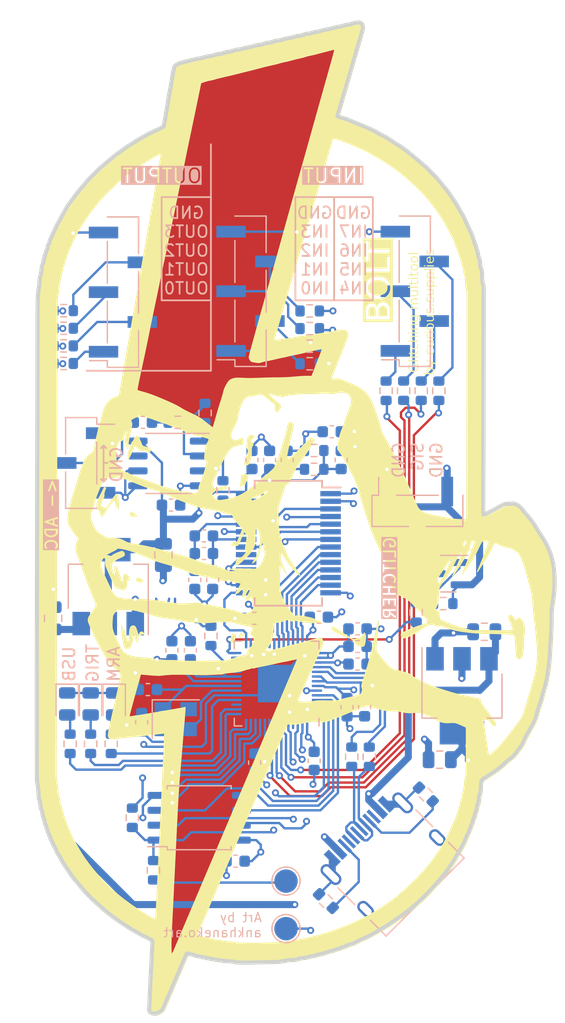
<source format=kicad_pcb>
(kicad_pcb (version 20221018) (generator pcbnew)
  (layers (0 "F.Cu" signal) (1 "In1.Cu" signal) (2 "In2.Cu" signal) (31 "B.Cu" signal) (34 "B.Paste" user) (35 "F.Paste" user) (36 "B.SilkS" user "B.Silkscreen") (37 "F.SilkS" user "F.Silkscreen") (38 "B.Mask" user) (39 "F.Mask" user) (44 "Edge.Cuts" user))
  (net 0 "")
  (net 1 "+5V")
  (net 2 "GND")
  (net 3 "+3.3V")
  (net 4 "+1V1")
  (net 5 "Net-(U1-XIN)")
  (net 6 "Net-(U1-XOUT)")
  (net 7 "+3.3VA")
  (net 8 "Net-(C20-Pad2)")
  (net 9 "Net-(U6-REFTS)")
  (net 10 "Net-(U6-REFTF)")
  (net 11 "Net-(U6-REFBF)")
  (net 12 "Net-(U5A-+)")
  (net 13 "Net-(D1-A)")
  (net 14 "Net-(D2-A)")
  (net 16 "Net-(D3-A)")
  (net 17 "Net-(J1-CC1)")
  (net 18 "D+")
  (net 19 "D-")
  (net 21 "Net-(J1-CC2)")
  (net 23 "Net-(J3-Pin_1)")
  (net 24 "Net-(J3-Pin_2)")
  (net 25 "Net-(J3-Pin_3)")
  (net 26 "Net-(J3-Pin_4)")
  (net 27 "Net-(J4-Pin_1)")
  (net 28 "Net-(J4-Pin_2)")
  (net 29 "Net-(J4-Pin_3)")
  (net 30 "Net-(J4-Pin_4)")
  (net 31 "Net-(Q1-G)")
  (net 32 "Net-(U1-USB_DP)")
  (net 33 "Net-(U1-USB_DM)")
  (net 34 "Net-(U1-RUN)")
  (net 35 "Net-(U1-QSPI_SS)")
  (net 36 "Net-(R7-Pad2)")
  (net 37 "Net-(R10-Pad1)")
  (net 38 "Net-(U5A--)")
  (net 39 "Net-(U6-AIN)")
  (net 40 "Net-(U1-GPIO11)")
  (net 41 "Net-(U1-GPIO10)")
  (net 42 "Net-(U1-GPIO9)")
  (net 43 "Net-(U1-GPIO8)")
  (net 44 "Net-(U1-GPIO7)")
  (net 45 "Net-(U1-GPIO6)")
  (net 46 "Net-(U1-GPIO5)")
  (net 47 "Net-(U1-GPIO4)")
  (net 48 "Net-(U1-GPIO3)")
  (net 49 "Net-(U1-GPIO2)")
  (net 50 "Net-(U1-GPIO1)")
  (net 51 "Net-(U1-GPIO0)")
  (net 52 "/CLK")
  (net 53 "/D0")
  (net 54 "/D1")
  (net 55 "/D2")
  (net 56 "/D3")
  (net 57 "/D4")
  (net 58 "/D5")
  (net 59 "/D6")
  (net 60 "/D7")
  (net 61 "/D8")
  (net 62 "/D9")
  (net 63 "/OTR")
  (net 64 "Net-(U1-QSPI_SD3)")
  (net 65 "Net-(U1-QSPI_SCLK)")
  (net 66 "Net-(U1-QSPI_SD0)")
  (net 67 "Net-(U1-QSPI_SD2)")
  (net 68 "Net-(U1-QSPI_SD1)")
  (net 71 "Net-(J6-Pin_1)")
  (net 72 "Net-(J6-Pin_2)")
  (net 73 "Net-(J6-Pin_3)")
  (net 74 "Net-(J6-Pin_4)")
  (net 75 "Net-(J5-Pin_2)")
  (net 76 "Net-(J7-Pin_2)")
  (net 79 "Net-(U1-GPIO12)")
  (net 80 "Net-(U1-GPIO13)")
  (net 82 "Net-(U1-GPIO17)")
  (net 83 "Net-(U1-GPIO15)")
  (footprint "ENISA23_VG_PCB:VoltageGlitcher_F.Cu" (layer "F.Cu") (at 144 87.6 22.5)
    (fp_text reference "G***" hide)
    (fp_text value "LOGO" hide)
  )
  (footprint "Resistor_SMD:R_0603_1608Metric" (layer "B.Cu") (at 150.3 120.8 -45)
    (fp_text reference "R1" hide)
    (fp_text value "5.1k")
  )
  (footprint "Resistor_SMD:R_0603_1608Metric" (layer "B.Cu") (at 152.5 108.5 90)
    (fp_text reference "R3" hide)
    (fp_text value "27.4")
  )
  (footprint "Capacitor_SMD:C_0603_1608Metric" (layer "B.Cu") (at 144.2 96.7 180)
    (fp_text reference "C8" hide)
    (fp_text value "100nF")
  )
  (footprint "LED_SMD:LED_0805_2012Metric" (layer "B.Cu") (at 130.25 104 -90)
    (fp_text reference "D2" hide)
    (fp_text value "LED YELLOW")
  )
  (footprint "TestPoint:TestPoint_Pad_D2.0mm" (layer "B.Cu") (at 146.9 119.1)
    (fp_text reference "TP2" hide)
    (fp_text value "TestPoint")
  )
  (footprint "Package_SO:SSOP-28_5.3x10.2mm_P0.65mm" (layer "B.Cu") (at 147.1 90.3 180)
    (fp_text reference "U6" hide)
    (fp_text value "MS9280")
  )
  (footprint "LED_SMD:LED_0805_2012Metric" (layer "B.Cu") (at 128.25 104 -90)
    (fp_text reference "D1" hide)
    (fp_text value "LED RED")
  )
  (footprint "Package_SO:SOIC-8_5.23x5.23mm_P1.27mm" (layer "B.Cu") (at 139.5 113.7)
    (fp_text reference "U3" hide)
    (fp_text value "W25Q128JVS")
  )
  (footprint "Capacitor_SMD:C_0603_1608Metric" (layer "B.Cu") (at 142.6 117.4 180)
    (fp_text reference "C14" hide)
    (fp_text value "100nF")
  )
  (footprint "Capacitor_SMD:C_0603_1608Metric" (layer "B.Cu") (at 153.6 104.275 -90)
    (fp_text reference "C11" hide)
    (fp_text value "100nF")
  )
  (footprint "Resistor_SMD:R_0603_1608Metric" (layer "B.Cu") (at 159.93 77.305 -90)
    (fp_text reference "R23" hide)
    (fp_text value "270")
  )
  (footprint "Capacitor_SMD:C_0805_2012Metric" (layer "B.Cu") (at 127.05 96.7 90)
    (fp_text reference "C17" hide)
    (fp_text value "22uF")
  )
  (footprint "Resistor_SMD:R_0603_1608Metric" (layer "B.Cu") (at 133.8 113.7 90)
    (fp_text reference "R6" hide)
    (fp_text value "dnf")
  )
  (footprint "Capacitor_SMD:C_0603_1608Metric" (layer "B.Cu") (at 149.7 96.6)
    (fp_text reference "C9" hide)
    (fp_text value "100nF")
  )
  (footprint "Resistor_SMD:R_0603_1608Metric" (layer "B.Cu") (at 132 107.4 -90)
    (fp_text reference "R9" hide)
    (fp_text value "470")
  )
  (footprint "Connector_PinHeader_2.54mm:PinHeader_1x05_P2.54mm_Vertical_SMD_Pin1Left" (layer "B.Cu") (at 143.875 68.825)
    (fp_text reference "J4" hide)
    (fp_text value "Conn_01x05")
  )
  (footprint "Capacitor_SMD:C_0603_1608Metric" (layer "B.Cu") (at 134.6 105.55 90)
    (fp_text reference "C15" hide)
    (fp_text value "27pF")
  )
  (footprint "Capacitor_SMD:C_0603_1608Metric" (layer "B.Cu") (at 145.5 83.2 90)
    (fp_text reference "C22" hide)
    (fp_text value "1uF")
  )
  (footprint "Package_TO_SOT_SMD:SOT-223-3_TabPin2" (layer "B.Cu") (at 161.9 103.3 -90)
    (fp_text reference "U2" hide)
    (fp_text value "AMS1117-3.3")
  )
  (footprint "Package_SO:SOP-8_3.9x4.9mm_P1.27mm" (layer "B.Cu") (at 136.9 83.5 180)
    (fp_text reference "U5" hide)
    (fp_text value "COS722SR")
  )
  (footprint "Resistor_SMD:R_0603_1608Metric" (layer "B.Cu") (at 135.6 118.175 -90)
    (fp_text reference "R7" hide)
    (fp_text value "1k")
  )
  (footprint "Capacitor_SMD:C_0805_2012Metric" (layer "B.Cu") (at 136.45 91.3 -90)
    (fp_text reference "C18" hide)
    (fp_text value "22uF")
  )
  (footprint "Capacitor_SMD:C_0603_1608Metric" (layer "B.Cu") (at 153 100.6)
    (fp_text reference "C5" hide)
    (fp_text value "1uF")
  )
  (footprint "Resistor_SMD:R_0603_1608Metric" (layer "B.Cu") (at 155.43 77.305 -90)
    (fp_text reference "R26" hide)
    (fp_text value "270")
  )
  (footprint "Resistor_SMD:R_0603_1608Metric" (layer "B.Cu") (at 140 79.2 90)
    (fp_text reference "R10" hide)
    (fp_text value "270")
  )
  (footprint "Resistor_SMD:R_0603_1608Metric" (layer "B.Cu") (at 149.3 82.4)
    (fp_text reference "R8" hide)
    (fp_text value "5.1k")
  )
  (footprint "Resistor_SMD:R_0603_1608Metric" (layer "B.Cu") (at 130.25 107.4 -90)
    (fp_text reference "R14" hide)
    (fp_text value "470")
  )
  (footprint "Package_TO_SOT_SMD:SOT-23" (layer "B.Cu") (at 160.7375 92.895 180)
    (fp_text reference "Q1" hide)
    (fp_text value "AO3400")
  )
  (footprint "Crystal:Crystal_SMD_3225-4Pin_3.2x2.5mm" (layer "B.Cu") (at 137.5 105.3)
    (fp_text reference "Y1" hide)
    (fp_text value "12MHz")
  )
  (footprint "Capacitor_SMD:C_0603_1608Metric" (layer "B.Cu") (at 140.65 93.425 -90)
    (fp_text reference "C26" hide)
    (fp_text value "100nF")
  )
  (footprint "Capacitor_SMD:C_0603_1608Metric" (layer "B.Cu") (at 134.7 80)
    (fp_text reference "C20" hide)
    (fp_text value "100nF")
  )
  (footprint "Capacitor_SMD:C_0603_1608Metric" (layer "B.Cu") (at 144.225 109 -90)
    (fp_text reference "C10" hide)
    (fp_text value "100nF")
  )
  (footprint "Capacitor_SMD:C_0603_1608Metric" (layer "B.Cu") (at 150.8 80.8 180)
    (fp_text reference "C28" hide)
    (fp_text value "100nF")
  )
  (footprint "Connector_PinHeader_2.54mm:PinHeader_1x03_P2.54mm_Vertical_SMD_Pin1Left" (layer "B.Cu") (at 129.445 83.46 180)
    (fp_text reference "J5" hide)
    (fp_text value "Conn_01x03")
  )
  (footprint "TestPoint:TestPoint_Pad_D2.0mm" (layer "B.Cu") (at 146.9 123.15)
    (fp_text reference "TP1" hide)
    (fp_text value "TestPoint")
  )
  (footprint "LED_SMD:LED_0805_2012Metric" (layer "B.Cu") (at 132.25 104 -90)
    (fp_text reference "D3" hide)
    (fp_text value "LED YELLOW")
  )
  (footprint "Capacitor_SMD:C_0603_1608Metric" (layer "B.Cu") (at 139.9 89.675 180)
    (fp_text reference "C24" hide)
    (fp_text value "100nF")
  )
  (footprint "Capacitor_SMD:C_0603_1608Metric" (layer "B.Cu") (at 152.1 104.275 -90)
    (fp_text reference "C4" hide)
    (fp_text value "100nF")
  )
  (footprint "Capacitor_SMD:C_0603_1608Metric" (layer "B.Cu") (at 135.125 102.775 180)
    (fp_text reference "C16" hide)
    (fp_text value "27pF")
  )
  (footprint "Connector_PinHeader_2.54mm:PinHeader_1x05_P2.54mm_Vertical_SMD_Pin1Left" (layer "B.Cu") (at 157.875 68.825)
    (fp_text reference "J3" hide)
    (fp_text value "Conn_01x05")
  )
  (footprint "Capacitor_SMD:C_0603_1608Metric" (layer "B.Cu") (at 147 83.2 90)
    (fp_text reference "C21" hide)
    (fp_text value "100nF")
  )
  (footprint "Resistor_SMD:R_0603_1608Metric" (layer "B.Cu") (at 148.92 70.505)
    (fp_text reference "R27" hide)
    (fp_text value "270")
  )
  (footprint "Resistor_SMD:R_0603_1608Metric" (layer "B.Cu") (at 141.525 85.8 90)
    (fp_text reference "R12" hide)
    (fp_text value "10")
  )
  (footprint "Resistor_SMD:R_0603_1608Metric" (layer "B.Cu") (at 140.5 98.2 90)
    (fp_text reference "R5" hide)
    (fp_text value "1k")
  )
  (footprint "Resistor_SMD:R_0603_1608Metric" (layer "B.Cu") (at 128.5 107.4 -90)
    (fp_text reference "R13" hide)
    (fp_text value "470")
  )
  (footprint "Capacitor_SMD:C_0603_1608Metric" (layer "B.Cu") (at 138.75 99.425 90)
    (fp_text reference "C3" hide)
    (fp_text value "100nF")
  )
  (footprint "Resistor_SMD:R_0603_1608Metric" (layer "B.Cu") (at 149.3 84 180)
    (fp_text reference "R31" hide)
    (fp_text value "5.1k")
  )
  (footprint "Capacitor_SMD:C_0603_1608Metric" (layer "B.Cu") (at 153 97.6)
    (fp_text reference "C12" hide)
    (fp_text value "100nF")
  )
  (footprint "Resistor_SMD:R_0603_1608Metric" (layer "B.Cu") (at 137.675 80 180)
    (fp_text reference "R11" hide)
    (fp_text value "27")
  )
  (footprint "Resistor_SMD:R_0603_1608Metric" (layer "B.Cu") (at 127.945 73.48 180)
    (fp_text reference "R19" hide)
    (fp_text value "270")
  )
  (footprint "Resistor_SMD:R_0603_1608Metric" (layer "B.Cu") (at 127.945 74.98 180)
    (fp_text reference "R20" hide)
    (fp_text value "270")
  )
  (footprint "Connector_USB:USB_C_Receptacle_HRO_TYPE-C-31-M-12" (layer "B.Cu") (at 156 117.7 -135)
    (fp_text reference "J1" hide)
    (fp_text value "USB_C_Receptacle_USB2.0")
  )
  (footprint "Capacitor_SMD:C_0603_1608Metric" (layer "B.Cu") (at 153 99.1)
    (fp_text reference "C13" hide)
    (fp_text value "1uF")
  )
  (footprint "Resistor_SMD:R_0603_1608Metric" (layer "B.Cu") (at 160.3 95.445 180)
    (fp_text reference "R22" hide)
    (fp_text value "1k")
  )
  (footprint "Resistor_SMD:R_0603_1608Metric" (layer "B.Cu") (at 148.92 73.505)
    (fp_text reference "R29" hide)
    (fp_text value "270")
  )
  (footprint "Capacitor_SMD:C_0603_1608Metric" (layer "B.Cu") (at 151.6 83.2 90)
    (fp_text reference "C29" hide)
    (fp_text value "1uF")
  )
  (footprint "Resistor_SMD:R_0603_1608Metric" (layer "B.Cu") (at 127.945 71.98 180)
    (fp_text reference "R18" hide)
    (fp_text value "270")
  )
  (footprint "Capacitor_SMD:C_0805_2012Metric" (layer "B.Cu") (at 163.8 97.85 180)
    (fp_text reference "C1" hide)
    (fp_text value "22uF")
  )
  (footprint "Resistor_SMD:R_0603_1608Metric" (layer "B.Cu") (at 158.816637 111.716637 -45)
    (fp_text reference "R2" hide)
    (fp_text value "5.1k")
  )
  (footprint "Capacitor_SMD:C_0603_1608Metric" (layer "B.Cu") (at 137.175 99.425 90)
    (fp_text reference "C7" hide)
    (fp_text value "100nF")
  )
  (footprint "Capacitor_SMD:C_0603_1608Metric" (layer "B.Cu") (at 139.9 91.175 180)
    (fp_text reference "C23" hide)
    (fp_text value "10uF")
  )
  (footprint "Resistor_SMD:R_0603_1608Metric" (layer "B.Cu") (at 148.92 75.005)
    (fp_text reference "R30" hide)
    (fp_text value "270")
  )
  (footprint "Resistor_SMD:R_0603_1608Metric" (layer "B.Cu") (at 158 96.2 -90)
    (fp_text reference "R21" hide)
    (fp_text value "10")
  )
  (footprint "Resistor_SMD:R_0603_1608Metric" (layer "B.Cu") (at 148.92 72.005)
    (fp_text reference "R28" hide)
    (fp_text value "270")
  )
  (footprint "Package_DFN_QFN:QFN-56-1EP_7x7mm_P0.4mm_EP3.2x3.2mm" (layer "B.Cu") (at 146.1 102.2625 90)
    (fp_text reference "U1" hide)
    (fp_text value "RP2040")
  )
  (footprint "Capacitor_SMD:C_0805_2012Metric" (layer "B.Cu") (at 160 108.75 180)
    (fp_text reference "C2" hide)
    (fp_text value "22uF")
  )
  (footprint "Capacitor_SMD:C_0603_1608Metric" (layer "B.Cu") (at 144 83.2 90)
    (fp_text reference "C27" hide)
    (fp_text value "100nF")
  )
  (footprint "Capacitor_SMD:C_0603_1608Metric" (layer "B.Cu") (at 149.3 108.85 -90)
    (fp_text reference "C6" hide)
    (fp_text value "100nF")
  )
  (footprint "Package_TO_SOT_SMD:SOT-223-3_TabPin2" (layer "B.Cu") (at 131.75 94 90)
    (fp_text reference "U4" hide)
    (fp_text value "AMS1117-3.3")
  )
  (footprint "Capacitor_SMD:C_0603_1608Metric" (layer "B.Cu") (at 139.125 93.425 -90)
    (fp_text reference "C25" hide)
    (fp_text value "100nF")
  )
  (footprint "Connector_PinHeader_2.54mm:PinHeader_1x03_P2.54mm_Vertical_SMD_Pin1Left" (layer "B.Cu") (at 158.1 87.545 -90)
    (fp_text reference "J7" hide)
    (fp_text value "Conn_01x03")
  )
  (footprint "Resistor_SMD:R_0603_1608Metric" (layer "B.Cu") (at 154 108.5 90)
    (fp_text reference "R4" hide)
    (fp_text value "27.4")
  )
  (footprint "Capacitor_SMD:C_0603_1608Metric" (layer "B.Cu") (at 137.1 87.05)
    (fp_text reference "C19" hide)
    (fp_text value "100nF")
  )
  (footprint "Resistor_SMD:R_0603_1608Metric" (layer "B.Cu") (at 158.425 77.3 -90)
    (fp_text reference "R25" hide)
    (fp_text value "270")
  )
  (footprint "Connector_PinHeader_2.54mm:PinHeader_1x05_P2.54mm_Vertical_SMD_Pin1Left" (layer "B.Cu") (at 133 68.9)
    (fp_text reference "J6" hide)
    (fp_text value "Conn_01x05")
  )
  (footprint "Resistor_SMD:R_0603_1608Metric" (layer "B.Cu") (at 127.945 70.48 180)
    (fp_text reference "R17" hide)
    (fp_text value "270")
  )
  (footprint "Resistor_SMD:R_0603_1608Metric" (layer "B.Cu") (at 156.925 77.3 -90)
    (fp_text reference "R24" hide)
    (fp_text value "270")
  )
  (gr_line (start 131.35 85.05) (end 131.575 84.825) (stroke (width 0.15)) (layer "B.SilkS"))
  (gr_line (start 140.5 75.6) (end 129.9 75.6) (stroke (width 0.15)) (layer "B.SilkS"))
  (gr_line (start 131.35 81.975) (end 131.575 82.2) (stroke (width 0.15)) (layer "B.SilkS"))
  (gr_line (start 140.5 60.8) (end 140.5 56.3) (stroke (width 0.15)) (layer "B.SilkS"))
  (gr_line (start 140.5 60.8) (end 140.5 75.6) (stroke (width 0.15)) (layer "B.SilkS"))
  (gr_line (start 131.35 81.975) (end 131.125 82.2) (stroke (width 0.15)) (layer "B.SilkS"))
  (gr_line (start 131.35 83.45) (end 131.675 83.45) (stroke (width 0.15)) (layer "B.SilkS"))
  (gr_line (start 131.35 81.975) (end 131.35 85.05) (stroke (width 0.15)) (layer "B.SilkS"))
  (gr_line (start 131.35 85.05) (end 131.125 84.825) (stroke (width 0.15)) (layer "B.SilkS"))
  (gr_curve (pts (xy 140.469802 125.71918) (xy 140.339432 125.693883) (xy 140.207776 125.670058) (xy 140.077879 125.64362)) (stroke (width 0.35)) (layer "Edge.Cuts"))
  (gr_curve (pts (xy 162.253741 62.94109) (xy 162.32561 63.096359) (xy 162.401171 63.249148) (xy 162.473035 63.40442)) (stroke (width 0.35)) (layer "Edge.Cuts"))
  (gr_curve (pts (xy 158.944627 58.348132) (xy 159.070917 58.463861) (xy 159.183153 58.5958) (xy 159.304204 58.719369)) (stroke (width 0.35)) (layer "Edge.Cuts"))
  (gr_curve (pts (xy 125.71082 76.971225) (xy 125.715264 74.652653) (xy 125.716962 72.334278) (xy 125.726441 70.016455)) (stroke (width 0.35)) (layer "Edge.Cuts"))
  (gr_curve (pts (xy 165.44796 109.147743) (xy 165.163177 109.424311) (xy 164.852176 109.662641) (xy 164.516538 109.873416)) (stroke (width 0.35)) (layer "Edge.Cuts"))
  (gr_curve (pts (xy 164.516538 109.873416) (xy 164.256144 110.037917) (xy 164.003035 110.215453) (xy 163.738025 110.373371)) (stroke (width 0.35)) (layer "Edge.Cuts"))
  (gr_curve (pts (xy 125.721852 110.886797) (xy 125.673326 110.639731) (xy 125.664671 110.381809) (xy 125.663522 110.128332)) (stroke (width 0.35)) (layer "Edge.Cuts"))
  (gr_curve (pts (xy 132.634591 122.493086) (xy 131.953834 122.030199) (xy 131.318215 121.509911) (xy 130.720266 120.943808)) (stroke (width 0.35)) (layer "Edge.Cuts"))
  (gr_curve (pts (xy 142.783848 48.225569) (xy 142.985303 48.235585) (xy 143.160857 48.153429) (xy 143.34634 48.102086)) (stroke (width 0.35)) (layer "Edge.Cuts"))
  (gr_curve (pts (xy 161.275268 61.175989) (xy 161.453031 61.447882) (xy 161.624013 61.721643) (xy 161.767516 62.013391)) (stroke (width 0.35)) (layer "Edge.Cuts"))
  (gr_curve (pts (xy 129.349594 119.51959) (xy 129.155496 119.262958) (xy 128.929141 119.031015) (xy 128.731345 118.776859)) (stroke (width 0.35)) (layer "Edge.Cuts"))
  (gr_curve (pts (xy 126.576548 65.119614) (xy 126.572687 64.975829) (xy 126.636597 64.86345) (xy 126.709559 64.75015)) (stroke (width 0.35)) (layer "Edge.Cuts"))
  (gr_curve (pts (xy 167.487036 106.515077) (xy 167.342197 106.764828) (xy 167.220486 107.024827) (xy 167.11345 107.292906)) (stroke (width 0.35)) (layer "Edge.Cuts"))
  (gr_curve (pts (xy 152.62462 54.385851) (xy 152.771769 54.444798) (xy 152.922216 54.495764) (xy 153.069222 54.556659)) (stroke (width 0.35)) (layer "Edge.Cuts"))
  (gr_curve (pts (xy 163.491855 111.372198) (xy 163.487073 111.444983) (xy 163.492132 111.527849) (xy 163.459333 111.587693)) (stroke (width 0.35)) (layer "Edge.Cuts"))
  (gr_curve (pts (xy 139.669089 48.958745) (xy 139.844826 48.918053) (xy 140.013119 48.8389) (xy 140.190837 48.81438)) (stroke (width 0.35)) (layer "Edge.Cuts"))
  (gr_curve (pts (xy 161.93963 116.073672) (xy 161.812834 116.328223) (xy 161.652791 116.566335) (xy 161.510033 116.814279)) (stroke (width 0.35)) (layer "Edge.Cuts"))
  (gr_curve (pts (xy 161.27141 117.250145) (xy 161.205087 117.36353) (xy 161.129455 117.470382) (xy 161.055626 117.579321)) (stroke (width 0.35)) (layer "Edge.Cuts"))
  (gr_curve (pts (xy 168.317734 89.120288) (xy 168.466029 89.366627) (xy 168.618357 89.611296) (xy 168.778874 89.850682)) (stroke (width 0.35)) (layer "Edge.Cuts"))
  (gr_curve (pts (xy 142.782293 126.03486) (xy 142.636916 126.028046) (xy 142.494719 125.976492) (xy 142.348758 125.961422)) (stroke (width 0.35)) (layer "Edge.Cuts"))
  (gr_curve (pts (xy 150.500419 46.490666) (xy 150.644706 46.47433) (xy 150.784916 46.416253) (xy 150.92716 46.379045)) (stroke (width 0.35)) (layer "Edge.Cuts"))
  (gr_curve (pts (xy 151.307229 53.82415) (xy 151.301625 53.842517) (xy 151.302853 53.863721) (xy 151.300583 53.890152)) (stroke (width 0.35)) (layer "Edge.Cuts"))
  (gr_curve (pts (xy 135.360365 127.332398) (xy 135.401476 126.506307) (xy 135.444528 125.680356) (xy 135.485974 124.855073)) (stroke (width 0.35)) (layer "Edge.Cuts"))
  (gr_curve (pts (xy 147.900436 125.746332) (xy 147.618931 125.86671) (xy 147.318434 125.797648) (xy 147.031297 125.854278)) (stroke (width 0.35)) (layer "Edge.Cuts"))
  (gr_curve (pts (xy 125.860509 68.405111) (xy 125.879869 68.226216) (xy 125.872135 68.043437) (xy 125.894579 67.865155)) (stroke (width 0.35)) (layer "Edge.Cuts"))
  (gr_curve (pts (xy 133.655943 123.165144) (xy 133.310871 122.947445) (xy 132.971858 122.721572) (xy 132.634591 122.493086)) (stroke (width 0.35)) (layer "Edge.Cuts"))
  (gr_curve (pts (xy 150.754954 125.070912) (xy 150.551903 125.116316) (xy 150.343997 125.175051) (xy 150.147933 125.248716)) (stroke (width 0.35)) (layer "Edge.Cuts"))
  (gr_curve (pts (xy 125.782884 68.853592) (xy 125.793193 68.702993) (xy 125.844692 68.5561) (xy 125.860509 68.405111)) (stroke (width 0.35)) (layer "Edge.Cuts"))
  (gr_curve (pts (xy 125.663522 110.128332) (xy 125.657598 107.636576) (xy 125.654425 105.144619) (xy 125.655145 102.652946)) (stroke (width 0.35)) (layer "Edge.Cuts"))
  (gr_curve (pts (xy 149.288594 46.749051) (xy 149.294569 46.747521) (xy 149.300819 46.742103) (xy 149.307126 46.741375)) (stroke (width 0.35)) (layer "Edge.Cuts"))
  (gr_curve (pts (xy 138.446848 125.263755) (xy 138.242561 125.739211) (xy 138.035583 126.21956) (xy 137.829414 126.699581)) (stroke (width 0.35)) (layer "Edge.Cuts"))
  (gr_curve (pts (xy 151.791654 54.072863) (xy 151.860913 54.094212) (xy 151.929903 54.119448) (xy 151.99916 54.140793)) (stroke (width 0.35)) (layer "Edge.Cuts"))
  (gr_curve (pts (xy 142.124634 48.400438) (xy 142.255796 48.370655) (xy 142.382893 48.326509) (xy 142.512187 48.289946)) (stroke (width 0.35)) (layer "Edge.Cuts"))
  (gr_curve (pts (xy 126.11255 113.186135) (xy 126.093658 113.044803) (xy 125.993899 112.913359) (xy 125.983928 112.773045)) (stroke (width 0.35)) (layer "Edge.Cuts"))
  (gr_curve (pts (xy 163.720893 83.54267) (xy 163.718576 84.906856) (xy 163.713509 86.271235) (xy 163.71005 87.634948)) (stroke (width 0.35)) (layer "Edge.Cuts"))
  (gr_curve (pts (xy 151.99916 54.140793) (xy 152.024039 54.148426) (xy 152.053493 54.146614) (xy 152.077425 54.156523)) (stroke (width 0.35)) (layer "Edge.Cuts"))
  (gr_curve (pts (xy 128.306253 61.530366) (xy 128.4383 61.334061) (xy 128.58046 61.14395) (xy 128.721487 60.95337)) (stroke (width 0.35)) (layer "Edge.Cuts"))
  (gr_curve (pts (xy 145.024839 47.725921) (xy 145.127819 47.696484) (xy 145.230909 47.649064) (xy 145.333898 47.646998)) (stroke (width 0.35)) (layer "Edge.Cuts"))
  (gr_curve (pts (xy 162.976718 113.586042) (xy 162.966373 113.654522) (xy 162.918875 113.717619) (xy 162.889221 113.78277)) (stroke (width 0.35)) (layer "Edge.Cuts"))
  (gr_curve (pts (xy 162.674676 63.841076) (xy 162.68049 63.852831) (xy 162.695165 63.86091) (xy 162.699031 63.872527)) (stroke (width 0.35)) (layer "Edge.Cuts"))
  (gr_curve (pts (xy 136.889412 52.344718) (xy 136.959551 51.94654) (xy 137.037334 51.550859) (xy 137.106671 51.153008)) (stroke (width 0.35)) (layer "Edge.Cuts"))
  (gr_curve (pts (xy 146.469254 47.413679) (xy 146.729899 47.322708) (xy 146.996914 47.263084) (xy 147.270527 47.226219)) (stroke (width 0.35)) (layer "Edge.Cuts"))
  (gr_curve (pts (xy 157.186465 121.719619) (xy 156.71546 122.079927) (xy 156.229805 122.420811) (xy 155.736727 122.750613)) (stroke (width 0.35)) (layer "Edge.Cuts"))
  (gr_curve (pts (xy 152.077425 54.156523) (xy 152.259762 54.232049) (xy 152.441008 54.311797) (xy 152.62462 54.385851)) (stroke (width 0.35)) (layer "Edge.Cuts"))
  (gr_curve (pts (xy 137.106671 51.153008) (xy 137.156365 50.871861) (xy 137.192921 50.58861) (xy 137.243762 50.307933)) (stroke (width 0.35)) (layer "Edge.Cuts"))
  (gr_curve (pts (xy 162.835549 113.910742) (xy 162.819871 114.059784) (xy 162.783956 114.196448) (xy 162.693186 114.323733)) (stroke (width 0.35)) (layer "Edge.Cuts"))
  (gr_curve (pts (xy 151.963751 124.657064) (xy 151.928019 124.675646) (xy 151.89635 124.708584) (xy 151.859972 124.714214)) (stroke (width 0.35)) (layer "Edge.Cuts"))
  (gr_curve (pts (xy 135.485974 124.855073) (xy 135.495359 124.668037) (xy 135.502458 124.480059) (xy 135.509896 124.292885)) (stroke (width 0.35)) (layer "Edge.Cuts"))
  (gr_curve (pts (xy 139.474852 125.511997) (xy 139.346091 125.486034) (xy 139.20684 125.50312) (xy 139.092837 125.412506)) (stroke (width 0.35)) (layer "Edge.Cuts"))
  (gr_curve (pts (xy 128.721487 60.95337) (xy 128.858207 60.768348) (xy 128.995259 60.584126) (xy 129.138345 60.403078)) (stroke (width 0.35)) (layer "Edge.Cuts"))
  (gr_curve (pts (xy 162.933611 64.566485) (xy 162.94888 64.610192) (xy 162.940511 64.667471) (xy 162.965869 64.701341)) (stroke (width 0.35)) (layer "Edge.Cuts"))
  (gr_curve (pts (xy 134.25593 55.924094) (xy 134.462478 55.807383) (xy 134.670034 55.69309) (xy 134.87759 55.578797)) (stroke (width 0.35)) (layer "Edge.Cuts"))
  (gr_curve (pts (xy 125.669702 95.052881) (xy 125.674837 92.40549) (xy 125.679971 89.758101) (xy 125.685918 87.110379)) (stroke (width 0.35)) (layer "Edge.Cuts"))
  (gr_curve (pts (xy 135.306998 130.262212) (xy 135.236557 130.196984) (xy 135.230194 130.126925) (xy 135.232972 130.049305)) (stroke (width 0.35)) (layer "Edge.Cuts"))
  (gr_curve (pts (xy 126.203457 66.42969) (xy 126.217454 66.408783) (xy 126.21953 66.379602) (xy 126.222936 66.353645)) (stroke (width 0.35)) (layer "Edge.Cuts"))
  (gr_curve (pts (xy 134.279496 123.519556) (xy 134.073443 123.398156) (xy 133.858028 123.292907) (xy 133.655943 123.165144)) (stroke (width 0.35)) (layer "Edge.Cuts"))
  (gr_curve (pts (xy 136.172162 130.226717) (xy 136.100055 130.250921) (xy 136.036347 130.299966) (xy 135.970443 130.341428)) (stroke (width 0.35)) (layer "Edge.Cuts"))
  (gr_curve (pts (xy 126.817207 115.436614) (xy 126.816205 115.340739) (xy 126.748568 115.280014) (xy 126.72364 115.201597)) (stroke (width 0.35)) (layer "Edge.Cuts"))
  (gr_curve (pts (xy 143.34634 48.102086) (xy 143.46127 48.069588) (xy 143.580932 48.053063) (xy 143.699393 48.03137)) (stroke (width 0.35)) (layer "Edge.Cuts"))
  (gr_curve (pts (xy 126.222936 66.353645) (xy 126.233387 66.267183) (xy 126.223987 66.173836) (xy 126.254943 66.095873)) (stroke (width 0.35)) (layer "Edge.Cuts"))
  (gr_curve (pts (xy 137.45324 49.594306) (xy 137.59044 49.501601) (xy 137.71829 49.386338) (xy 137.89264 49.365097)) (stroke (width 0.35)) (layer "Edge.Cuts"))
  (gr_curve (pts (xy 169.357711 100.259938) (xy 169.332539 100.586629) (xy 169.27463 100.911772) (xy 169.234229 101.238156)) (stroke (width 0.35)) (layer "Edge.Cuts"))
  (gr_curve (pts (xy 162.889221 113.78277) (xy 162.870145 113.825607) (xy 162.840202 113.867276) (xy 162.835549 113.910742)) (stroke (width 0.35)) (layer "Edge.Cuts"))
  (gr_curve (pts (xy 161.767516 62.013391) (xy 161.834128 62.149126) (xy 161.937601 62.266751) (xy 162.006628 62.401486)) (stroke (width 0.35)) (layer "Edge.Cuts"))
  (gr_curve (pts (xy 163.113257 113.133923) (xy 163.018903 113.273076) (xy 162.999392 113.426541) (xy 162.976718 113.586042)) (stroke (width 0.35)) (layer "Edge.Cuts"))
  (gr_curve (pts (xy 151.300583 53.890152) (xy 151.36289 53.965359) (xy 151.45188 53.984195) (xy 151.545234 54.002173)) (stroke (width 0.35)) (layer "Edge.Cuts"))
  (gr_curve (pts (xy 137.89264 49.365097) (xy 137.919819 49.362339) (xy 137.945799 49.354407) (xy 137.971641 49.348422)) (stroke (width 0.35)) (layer "Edge.Cuts"))
  (gr_curve (pts (xy 126.709559 64.75015) (xy 126.734059 64.713565) (xy 126.740737 64.663596) (xy 126.751365 64.6186)) (stroke (width 0.35)) (layer "Edge.Cuts"))
  (gr_curve (pts (xy 125.799684 111.557884) (xy 125.791097 111.332036) (xy 125.766203 111.110111) (xy 125.721852 110.886797)) (stroke (width 0.35)) (layer "Edge.Cuts"))
  (gr_curve (pts (xy 159.830413 59.26043) (xy 159.967507 59.411338) (xy 160.086173 59.579319) (xy 160.216072 59.737926)) (stroke (width 0.35)) (layer "Edge.Cuts"))
  (gr_curve (pts (xy 166.442768 108.267429) (xy 166.34649 108.395105) (xy 166.243402 108.50861) (xy 166.10526 108.60359)) (stroke (width 0.35)) (layer "Edge.Cuts"))
  (gr_curve (pts (xy 162.34807 115.15207) (xy 162.33543 115.164859) (xy 162.336052 115.189148) (xy 162.328501 115.207379)) (stroke (width 0.35)) (layer "Edge.Cuts"))
  (gr_curve (pts (xy 163.269055 112.520889) (xy 163.178223 112.643476) (xy 163.179272 112.782766) (xy 163.159729 112.920197)) (stroke (width 0.35)) (layer "Edge.Cuts"))
  (gr_curve (pts (xy 165.710171 86.948081) (xy 165.87675 86.953666) (xy 166.044402 86.927645) (xy 166.211281 86.917998)) (stroke (width 0.35)) (layer "Edge.Cuts"))
  (gr_curve (pts (xy 167.036975 87.404874) (xy 167.203194 87.646618) (xy 167.40892 87.860669) (xy 167.599864 88.084623)) (stroke (width 0.35)) (layer "Edge.Cuts"))
  (gr_curve (pts (xy 169.778603 93.996399) (xy 169.751327 94.655323) (xy 169.631557 95.300642) (xy 169.548141 95.951663)) (stroke (width 0.35)) (layer "Edge.Cuts"))
  (gr_curve (pts (xy 134.164521 55.999716) (xy 134.197308 55.978587) (xy 134.22167 55.943949) (xy 134.25593 55.924094)) (stroke (width 0.35)) (layer "Edge.Cuts"))
  (gr_curve (pts (xy 168.265618 104.891663) (xy 168.121992 105.493045) (xy 167.790239 105.995813) (xy 167.487036 106.515077)) (stroke (width 0.35)) (layer "Edge.Cuts"))
  (gr_curve (pts (xy 163.459333 111.587693) (xy 163.334803 111.815819) (xy 163.344481 112.064819) (xy 163.324307 112.310136)) (stroke (width 0.35)) (layer "Edge.Cuts"))
  (gr_curve (pts (xy 139.016603 125.390271) (xy 138.830638 125.349293) (xy 138.644344 125.307505) (xy 138.446848 125.263755)) (stroke (width 0.35)) (layer "Edge.Cuts"))
  (gr_curve (pts (xy 168.778874 89.850682) (xy 169.12614 90.367684) (xy 169.374149 90.927689) (xy 169.544384 91.525566)) (stroke (width 0.35)) (layer "Edge.Cuts"))
  (gr_curve (pts (xy 166.211281 86.917998) (xy 166.263549 86.914285) (xy 166.322215 86.903203) (xy 166.366995 86.92242)) (stroke (width 0.35)) (layer "Edge.Cuts"))
  (gr_curve (pts (xy 154.002205 123.766451) (xy 153.73738 123.899746) (xy 153.462069 124.010011) (xy 153.193105 124.135582)) (stroke (width 0.35)) (layer "Edge.Cuts"))
  (gr_curve (pts (xy 151.9 51.8) (xy 151.703815 52.475076) (xy 151.504553 53.149542) (xy 151.307229 53.82415)) (stroke (width 0.35)) (layer "Edge.Cuts"))
  (gr_curve (pts (xy 140.780388 125.778404) (xy 140.676359 125.762018) (xy 140.57322 125.738654) (xy 140.469802 125.71918)) (stroke (width 0.35)) (layer "Edge.Cuts"))
  (gr_curve (pts (xy 147.270527 47.226219) (xy 147.388578 47.210366) (xy 147.500999 47.158136) (xy 147.616738 47.125298)) (stroke (width 0.35)) (layer "Edge.Cuts"))
  (gr_curve (pts (xy 139.092837 125.412506) (xy 139.074351 125.397507) (xy 139.042755 125.396431) (xy 139.016603 125.390271)) (stroke (width 0.35)) (layer "Edge.Cuts"))
  (gr_curve (pts (xy 134.875827 123.83332) (xy 134.666008 123.74841) (xy 134.473486 123.634623) (xy 134.279496 123.519556)) (stroke (width 0.35)) (layer "Edge.Cuts"))
  (gr_curve (pts (xy 127.3608 116.61905) (xy 127.34395 116.592045) (xy 127.336101 116.559421) (xy 127.32778 116.527938)) (stroke (width 0.35)) (layer "Edge.Cuts"))
  (gr_curve (pts (xy 141.354656 125.863402) (xy 141.1635 125.834957) (xy 140.971404 125.808791) (xy 140.780388 125.778404)) (stroke (width 0.35)) (layer "Edge.Cuts"))
  (gr_curve (pts (xy 153.177787 45.925445) (xy 153.295179 45.935351) (xy 153.357198 45.987076) (xy 153.403476 46.089689)) (stroke (width 0.35)) (layer "Edge.Cuts"))
  (gr_curve (pts (xy 154.710334 123.365516) (xy 154.476162 123.502162) (xy 154.244327 123.64445) (xy 154.002205 123.766451)) (stroke (width 0.35)) (layer "Edge.Cuts"))
  (gr_curve (pts (xy 127.607396 62.75824) (xy 127.698795 62.589156) (xy 127.78939 62.420409) (xy 127.883066 62.252271)) (stroke (width 0.35)) (layer "Edge.Cuts"))
  (gr_curve (pts (xy 151.545234 54.002173) (xy 151.629 54.017509) (xy 151.710192 54.047134) (xy 151.791654 54.072863)) (stroke (width 0.35)) (layer "Edge.Cuts"))
  (gr_curve (pts (xy 147.616738 47.125298) (xy 147.693736 47.103788) (xy 147.772648 47.066382) (xy 147.848182 47.070969)) (stroke (width 0.35)) (layer "Edge.Cuts"))
  (gr_curve (pts (xy 149.666169 125.364246) (xy 149.632822 125.365785) (xy 149.59611 125.370609) (xy 149.56877 125.386652)) (stroke (width 0.35)) (layer "Edge.Cuts"))
  (gr_curve (pts (xy 126.450277 114.382094) (xy 126.328021 114.225984) (xy 126.343405 114.02608) (xy 126.277061 113.859083)) (stroke (width 0.35)) (layer "Edge.Cuts"))
  (gr_curve (pts (xy 162.328501 115.207379) (xy 162.252755 115.3983) (xy 162.185322 115.593333) (xy 162.097516 115.777922)) (stroke (width 0.35)) (layer "Edge.Cuts"))
  (gr_curve (pts (xy 125.842429 112.034867) (xy 125.800744 111.884093) (xy 125.805522 111.717849) (xy 125.799684 111.557884)) (stroke (width 0.35)) (layer "Edge.Cuts"))
  (gr_curve (pts (xy 163.71005 87.634948) (xy 163.709709 87.70023) (xy 163.714876 87.76512) (xy 163.718072 87.84121)) (stroke (width 0.35)) (layer "Edge.Cuts"))
  (gr_curve (pts (xy 152.6893 124.396187) (xy 152.495063 124.460589) (xy 152.300494 124.52419) (xy 152.106934 124.590208)) (stroke (width 0.35)) (layer "Edge.Cuts"))
  (gr_curve (pts (xy 130.157271 59.21633) (xy 130.44855 58.91442) (xy 130.745722 58.617623) (xy 131.051927 58.331242)) (stroke (width 0.35)) (layer "Edge.Cuts"))
  (gr_curve (pts (xy 163.455204 66.641668) (xy 163.458613 66.681795) (xy 163.458184 66.726347) (xy 163.476564 66.759327)) (stroke (width 0.35)) (layer "Edge.Cuts"))
  (gr_curve (pts (xy 126.98348 115.815231) (xy 126.951826 115.743375) (xy 126.919371 115.671851) (xy 126.886913 115.600334)) (stroke (width 0.35)) (layer "Edge.Cuts"))
  (gr_curve (pts (xy 131.051927 58.331242) (xy 131.310735 58.08998) (xy 131.588421 57.869224) (xy 131.854128 57.635492)) (stroke (width 0.35)) (layer "Edge.Cuts"))
  (gr_curve (pts (xy 128.062993 117.803762) (xy 127.992563 117.699819) (xy 127.920994 117.595409) (xy 127.859567 117.485852)) (stroke (width 0.35)) (layer "Edge.Cuts"))
  (gr_curve (pts (xy 166.10526 108.60359) (xy 165.871378 108.763723) (xy 165.652065 108.949917) (xy 165.44796 109.147743)) (stroke (width 0.35)) (layer "Edge.Cuts"))
  (gr_curve (pts (xy 163.708385 68.289921) (xy 163.761996 68.448978) (xy 163.749666 68.633454) (xy 163.748705 68.806617)) (stroke (width 0.35)) (layer "Edge.Cuts"))
  (gr_curve (pts (xy 155.736727 122.750613) (xy 155.406567 122.972332) (xy 155.054335 123.16355) (xy 154.710334 123.365516)) (stroke (width 0.35)) (layer "Edge.Cuts"))
  (gr_curve (pts (xy 143.699393 48.03137) (xy 143.777452 48.016973) (xy 143.861716 48.019836) (xy 143.933764 47.990938)) (stroke (width 0.35)) (layer "Edge.Cuts"))
  (gr_curve (pts (xy 163.718072 87.84121) (xy 163.917492 87.830357) (xy 164.063967 87.728146) (xy 164.214819 87.652443)) (stroke (width 0.35)) (layer "Edge.Cuts"))
  (gr_curve (pts (xy 125.997934 67.335204) (xy 126.01644 67.245406) (xy 126.051649 67.157188) (xy 126.057343 67.066087)) (stroke (width 0.35)) (layer "Edge.Cuts"))
  (gr_curve (pts (xy 163.261109 65.614683) (xy 163.285919 65.749795) (xy 163.270798 65.891059) (xy 163.367356 66.012493)) (stroke (width 0.35)) (layer "Edge.Cuts"))
  (gr_curve (pts (xy 127.041385 115.94135) (xy 127.020001 115.901119) (xy 127.002777 115.857271) (xy 126.98348 115.815231)) (stroke (width 0.35)) (layer "Edge.Cuts"))
  (gr_curve (pts (xy 163.367356 66.012493) (xy 163.408647 66.064311) (xy 163.414708 66.149598) (xy 163.422873 66.221739)) (stroke (width 0.35)) (layer "Edge.Cuts"))
  (gr_curve (pts (xy 144.794229 47.795951) (xy 144.873292 47.783975) (xy 144.947842 47.747431) (xy 145.024839 47.725921)) (stroke (width 0.35)) (layer "Edge.Cuts"))
  (gr_curve (pts (xy 142.348758 125.961422) (xy 142.117007 125.937524) (xy 141.883007 125.928715) (xy 141.650169 125.909037)) (stroke (width 0.35)) (layer "Edge.Cuts"))
  (gr_curve (pts (xy 126.057343 67.066087) (xy 126.071491 66.844978) (xy 126.076577 66.624793) (xy 126.203457 66.42969)) (stroke (width 0.35)) (layer "Edge.Cuts"))
  (gr_curve (pts (xy 168.797308 103.105228) (xy 168.740846 103.283443) (xy 168.71462 103.470845) (xy 168.659299 103.649532)) (stroke (width 0.35)) (layer "Edge.Cuts"))
  (gr_curve (pts (xy 163.738025 110.373371) (xy 163.587349 110.463159) (xy 163.531868 110.589045) (xy 163.523952 110.749981)) (stroke (width 0.35)) (layer "Edge.Cuts"))
  (gr_curve (pts (xy 140.190837 48.81438) (xy 140.450357 48.777688) (xy 140.706463 48.73958) (xy 140.94742 48.628439)) (stroke (width 0.35)) (layer "Edge.Cuts"))
  (gr_curve (pts (xy 136.746328 53.230039) (xy 136.795051 52.935139) (xy 136.837603 52.639014) (xy 136.889412 52.344718)) (stroke (width 0.35)) (layer "Edge.Cuts"))
  (gr_curve (pts (xy 163.159729 112.920197) (xy 163.150251 112.993038) (xy 163.151284 113.077578) (xy 163.113257 113.133923)) (stroke (width 0.35)) (layer "Edge.Cuts"))
  (gr_curve (pts (xy 135.815853 55.108962) (xy 135.978773 55.06697) (xy 136.124859 54.959256) (xy 136.278266 54.88061)) (stroke (width 0.35)) (layer "Edge.Cuts"))
  (gr_curve (pts (xy 137.971641 49.348422) (xy 138.392601 49.241085) (xy 138.812699 49.12938) (xy 139.234861 49.02721)) (stroke (width 0.35)) (layer "Edge.Cuts"))
  (gr_curve (pts (xy 126.477605 114.49822) (xy 126.468701 114.458485) (xy 126.473298 114.410323) (xy 126.450277 114.382094)) (stroke (width 0.35)) (layer "Edge.Cuts"))
  (gr_curve (pts (xy 163.614292 67.600083) (xy 163.629102 67.831854) (xy 163.631576 68.061181) (xy 163.708385 68.289921)) (stroke (width 0.35)) (layer "Edge.Cuts"))
  (gr_curve (pts (xy 153.069222 54.556659) (xy 153.275014 54.643237) (xy 153.478779 54.736319) (xy 153.683295 54.824364)) (stroke (width 0.35)) (layer "Edge.Cuts"))
  (gr_curve (pts (xy 127.32778 116.527938) (xy 127.31913 116.495646) (xy 127.32095 116.459018) (xy 127.306514 116.431012)) (stroke (width 0.35)) (layer "Edge.Cuts"))
  (gr_curve (pts (xy 162.965869 64.701341) (xy 163.067769 64.835672) (xy 163.089917 64.991709) (xy 163.116154 65.150771)) (stroke (width 0.35)) (layer "Edge.Cuts"))
  (gr_curve (pts (xy 161.510033 116.814279) (xy 161.427545 116.95701) (xy 161.355511 117.106745) (xy 161.27141 117.250145)) (stroke (width 0.35)) (layer "Edge.Cuts"))
  (gr_curve (pts (xy 135.290776 128.812245) (xy 135.314085 128.31923) (xy 135.336249 127.825745) (xy 135.360365 127.332398)) (stroke (width 0.35)) (layer "Edge.Cuts"))
  (gr_curve (pts (xy 159.142701 119.944485) (xy 158.876571 120.222766) (xy 158.609965 120.502183) (xy 158.323812 120.759491)) (stroke (width 0.35)) (layer "Edge.Cuts"))
  (gr_curve (pts (xy 139.748195 125.572484) (xy 139.656925 125.552704) (xy 139.566599 125.530642) (xy 139.474852 125.511997)) (stroke (width 0.35)) (layer "Edge.Cuts"))
  (gr_curve (pts (xy 165.386216 87.027515) (xy 165.490797 86.970033) (xy 165.589615 86.94421) (xy 165.710171 86.948081)) (stroke (width 0.35)) (layer "Edge.Cuts"))
  (gr_curve (pts (xy 158.323812 120.759491) (xy 157.955651 121.092302) (xy 157.58012 121.418727) (xy 157.186465 121.719619)) (stroke (width 0.35)) (layer "Edge.Cuts"))
  (gr_curve (pts (xy 162.693186 114.323733) (xy 162.650658 114.382888) (xy 162.67318 114.489677) (xy 162.631653 114.551246)) (stroke (width 0.35)) (layer "Edge.Cuts"))
  (gr_curve (pts (xy 136.429131 129.967339) (xy 136.37707 130.094638) (xy 136.304433 130.181373) (xy 136.172162 130.226717)) (stroke (width 0.35)) (layer "Edge.Cuts"))
  (gr_curve (pts (xy 139.234861 49.02721) (xy 139.376495 48.993089) (xy 139.525982 48.991591) (xy 139.669089 48.958745)) (stroke (width 0.35)) (layer "Edge.Cuts"))
  (gr_curve (pts (xy 140.077879 125.64362) (xy 139.967624 125.621313) (xy 139.85831 125.596733) (xy 139.748195 125.572484)) (stroke (width 0.35)) (layer "Edge.Cuts"))
  (gr_curve (pts (xy 153.193105 124.135582) (xy 153.034139 124.209921) (xy 152.879182 124.293934) (xy 152.722887 124.37472)) (stroke (width 0.35)) (layer "Edge.Cuts"))
  (gr_curve (pts (xy 152.106934 124.590208) (xy 152.057245 124.607009) (xy 152.010763 124.633817) (xy 151.963751 124.657064)) (stroke (width 0.35)) (layer "Edge.Cuts"))
  (gr_curve (pts (xy 163.748705 68.806617) (xy 163.745715 71.165176) (xy 163.738832 73.523463) (xy 163.734234 75.882688)) (stroke (width 0.35)) (layer "Edge.Cuts"))
  (gr_curve (pts (xy 126.886913 115.600334) (xy 126.861467 115.545733) (xy 126.817228 115.491362) (xy 126.817207 115.436614)) (stroke (width 0.35)) (layer "Edge.Cuts"))
  (gr_curve (pts (xy 135.332046 55.335798) (xy 135.501713 55.275903) (xy 135.636957 55.155688) (xy 135.815853 55.108962)) (stroke (width 0.35)) (layer "Edge.Cuts"))
  (gr_curve (pts (xy 127.363312 63.210537) (xy 127.443263 63.059413) (xy 127.525165 62.908425) (xy 127.607396 62.75824)) (stroke (width 0.35)) (layer "Edge.Cuts"))
  (gr_curve (pts (xy 167.11345 107.292906) (xy 167.061723 107.421011) (xy 166.97453 107.536425) (xy 166.893642 107.651124)) (stroke (width 0.35)) (layer "Edge.Cuts"))
  (gr_curve (pts (xy 169.548141 95.951663) (xy 169.529105 96.103992) (xy 169.524354 96.258898) (xy 169.529132 96.411741)) (stroke (width 0.35)) (layer "Edge.Cuts"))
  (gr_curve (pts (xy 152.549808 46.018462) (xy 152.752951 45.927708) (xy 152.959704 45.907209) (xy 153.177787 45.925445)) (stroke (width 0.35)) (layer "Edge.Cuts"))
  (gr_curve (pts (xy 163.116154 65.150771) (xy 163.12596 65.210905) (xy 163.169387 65.265612) (xy 163.187776 65.325965)) (stroke (width 0.35)) (layer "Edge.Cuts"))
  (gr_curve (pts (xy 146.400659 125.968223) (xy 146.355084 125.976718) (xy 146.307899 125.985873) (xy 146.262074 125.986918)) (stroke (width 0.35)) (layer "Edge.Cuts"))
  (gr_curve (pts (xy 126.72364 115.201597) (xy 126.648992 114.964401) (xy 126.529826 114.742816) (xy 126.477605 114.49822)) (stroke (width 0.35)) (layer "Edge.Cuts"))
  (gr_curve (pts (xy 149.307126 46.741375) (xy 149.715389 46.708212) (xy 150.094081 46.535305) (xy 150.500419 46.490666)) (stroke (width 0.35)) (layer "Edge.Cuts"))
  (gr_curve (pts (xy 127.029633 63.927462) (xy 127.108972 63.752045) (xy 127.191719 63.578044) (xy 127.273334 63.403574)) (stroke (width 0.35)) (layer "Edge.Cuts"))
  (gr_curve (pts (xy 141.650169 125.909037) (xy 141.551092 125.900043) (xy 141.453316 125.878232) (xy 141.354656 125.863402)) (stroke (width 0.35)) (layer "Edge.Cuts"))
  (gr_curve (pts (xy 161.055626 117.579321) (xy 160.894581 117.815013) (xy 160.741709 118.056764) (xy 160.56807 118.28257)) (stroke (width 0.35)) (layer "Edge.Cuts"))
  (gr_curve (pts (xy 136.855915 128.969224) (xy 136.713389 129.302041) (xy 136.565159 129.632495) (xy 136.429131 129.967339)) (stroke (width 0.35)) (layer "Edge.Cuts"))
  (gr_curve (pts (xy 149.56877 125.386652) (xy 149.334681 125.516655) (xy 149.055869 125.472596) (xy 148.820909 125.570865)) (stroke (width 0.35)) (layer "Edge.Cuts"))
  (gr_curve (pts (xy 125.655145 102.652946) (xy 125.656486 100.11947) (xy 125.664472 97.586077) (xy 125.669702 95.052881)) (stroke (width 0.35)) (layer "Edge.Cuts"))
  (gr_curve (pts (xy 136.572748 54.230898) (xy 136.632018 53.897638) (xy 136.690145 53.563911) (xy 136.746328 53.230039)) (stroke (width 0.35)) (layer "Edge.Cuts"))
  (gr_curve (pts (xy 169.234229 101.238156) (xy 169.155672 101.875842) (xy 168.989398 102.493216) (xy 168.797308 103.105228)) (stroke (width 0.35)) (layer "Edge.Cuts"))
  (gr_curve (pts (xy 153.403096 46.656283) (xy 153.253544 47.170439) (xy 153.097019 47.683703) (xy 152.947465 48.197854)) (stroke (width 0.35)) (layer "Edge.Cuts"))
  (gr_curve (pts (xy 132.948552 56.795105) (xy 133.127757 56.667063) (xy 133.304821 56.536135) (xy 133.489305 56.41629)) (stroke (width 0.35)) (layer "Edge.Cuts"))
  (gr_curve (pts (xy 148.820909 125.570865) (xy 148.521146 125.695031) (xy 148.19161 125.62195) (xy 147.900436 125.746332)) (stroke (width 0.35)) (layer "Edge.Cuts"))
  (gr_curve (pts (xy 127.273334 63.403574) (xy 127.303328 63.339228) (xy 127.330702 63.273132) (xy 127.363312 63.210537)) (stroke (width 0.35)) (layer "Edge.Cuts"))
  (gr_curve (pts (xy 160.216072 59.737926) (xy 160.370125 59.925234) (xy 160.534929 60.104314) (xy 160.680316 60.298046)) (stroke (width 0.35)) (layer "Edge.Cuts"))
  (gr_curve (pts (xy 135.509896 124.292885) (xy 135.513782 124.199703) (xy 135.491303 124.13632) (xy 135.387603 124.093366)) (stroke (width 0.35)) (layer "Edge.Cuts"))
  (gr_curve (pts (xy 131.854128 57.635492) (xy 132.199958 57.330815) (xy 132.573757 57.061749) (xy 132.948552 56.795105)) (stroke (width 0.35)) (layer "Edge.Cuts"))
  (gr_curve (pts (xy 148.703482 46.877184) (xy 148.910327 46.877414) (xy 149.098388 46.81179) (xy 149.288594 46.749051)) (stroke (width 0.35)) (layer "Edge.Cuts"))
  (gr_curve (pts (xy 143.70714 126.045448) (xy 143.398967 126.051309) (xy 143.090214 126.048924) (xy 142.782293 126.03486)) (stroke (width 0.35)) (layer "Edge.Cuts"))
  (gr_curve (pts (xy 150.147933 125.248716) (xy 149.989269 125.307827) (xy 149.835523 125.358293) (xy 149.666169 125.364246)) (stroke (width 0.35)) (layer "Edge.Cuts"))
  (gr_curve (pts (xy 166.893642 107.651124) (xy 166.747486 107.858937) (xy 166.595294 108.063587) (xy 166.442768 108.267429)) (stroke (width 0.35)) (layer "Edge.Cuts"))
  (gr_curve (pts (xy 127.883066 62.252271) (xy 127.935058 62.158986) (xy 127.990799 62.067922) (xy 128.045068 61.975583)) (stroke (width 0.35)) (layer "Edge.Cuts"))
  (gr_curve (pts (xy 163.476564 66.759327) (xy 163.627507 67.023452) (xy 163.59657 67.315706) (xy 163.614292 67.600083)) (stroke (width 0.35)) (layer "Edge.Cuts"))
  (gr_curve (pts (xy 163.422873 66.221739) (xy 163.438346 66.361658) (xy 163.443621 66.502027) (xy 163.455204 66.641668)) (stroke (width 0.35)) (layer "Edge.Cuts"))
  (gr_curve (pts (xy 153.683295 54.824364) (xy 153.829359 54.887535) (xy 153.977643 54.946956) (xy 154.12323 55.011269)) (stroke (width 0.35)) (layer "Edge.Cuts"))
  (gr_curve (pts (xy 146.191 47.455296) (xy 146.283959 47.440392) (xy 146.381836 47.444224) (xy 146.469254 47.413679)) (stroke (width 0.35)) (layer "Edge.Cuts"))
  (gr_curve (pts (xy 130.143803 120.399962) (xy 129.87577 120.110703) (xy 129.589454 119.836567) (xy 129.349594 119.51959)) (stroke (width 0.35)) (layer "Edge.Cuts"))
  (gr_curve (pts (xy 162.473035 63.40442) (xy 162.516787 63.49864) (xy 162.5557 63.594866) (xy 162.598641 63.689423)) (stroke (width 0.35)) (layer "Edge.Cuts"))
  (gr_curve (pts (xy 152.947465 48.197854) (xy 152.597014 49.398476) (xy 152.249645 50.599712) (xy 151.9 51.8)) (stroke (width 0.35)) (layer "Edge.Cuts"))
  (gr_curve (pts (xy 143.933764 47.990938) (xy 144.211022 47.880813) (xy 144.503221 47.840967) (xy 144.794229 47.795951)) (stroke (width 0.35)) (layer "Edge.Cuts"))
  (gr_curve (pts (xy 160.680316 60.298046) (xy 160.822092 60.487608) (xy 160.945248 60.691493) (xy 161.076739 60.888151)) (stroke (width 0.35)) (layer "Edge.Cuts"))
  (gr_curve (pts (xy 164.214819 87.652443) (xy 164.610876 87.455351) (xy 164.999117 87.241669) (xy 165.386216 87.027515)) (stroke (width 0.35)) (layer "Edge.Cuts"))
  (gr_curve (pts (xy 137.379137 49.707134) (xy 137.389486 49.666027) (xy 137.418374 49.617247) (xy 137.45324 49.594306)) (stroke (width 0.35)) (layer "Edge.Cuts"))
  (gr_curve (pts (xy 127.859567 117.485852) (xy 127.782898 117.348625) (xy 127.721816 117.201161) (xy 127.642733 117.064933)) (stroke (width 0.35)) (layer "Edge.Cuts"))
  (gr_curve (pts (xy 151.492685 124.853131) (xy 151.229265 124.862173) (xy 151.006937 125.01374) (xy 150.754954 125.070912)) (stroke (width 0.35)) (layer "Edge.Cuts"))
  (gr_curve (pts (xy 146.262074 125.986918) (xy 145.410491 126.007348) (xy 144.558773 126.02972) (xy 143.70714 126.045448)) (stroke (width 0.35)) (layer "Edge.Cuts"))
  (gr_curve (pts (xy 169.544384 91.525566) (xy 169.775033 92.335386) (xy 169.812954 93.160836) (xy 169.778603 93.996399)) (stroke (width 0.35)) (layer "Edge.Cuts"))
  (gr_curve (pts (xy 162.097516 115.777922) (xy 162.049667 115.878929) (xy 161.989423 115.972797) (xy 161.93963 116.073672)) (stroke (width 0.35)) (layer "Edge.Cuts"))
  (gr_curve (pts (xy 162.631653 114.551246) (xy 162.504998 114.737769) (xy 162.508306 114.982798) (xy 162.34807 115.15207)) (stroke (width 0.35)) (layer "Edge.Cuts"))
  (gr_curve (pts (xy 147.031297 125.854278) (xy 146.82188 125.895708) (xy 146.610932 125.931158) (xy 146.400659 125.968223)) (stroke (width 0.35)) (layer "Edge.Cuts"))
  (gr_curve (pts (xy 159.86414 119.147194) (xy 159.631293 119.419236) (xy 159.39028 119.685223) (xy 159.142701 119.944485)) (stroke (width 0.35)) (layer "Edge.Cuts"))
  (gr_curve (pts (xy 163.324307 112.310136) (xy 163.318056 112.38164) (xy 163.308885 112.466627) (xy 163.269055 112.520889)) (stroke (width 0.35)) (layer "Edge.Cuts"))
  (gr_curve (pts (xy 168.659299 103.649532) (xy 168.531222 104.065101) (xy 168.366734 104.470265) (xy 168.265618 104.891663)) (stroke (width 0.35)) (layer "Edge.Cuts"))
  (gr_curve (pts (xy 129.138345 60.403078) (xy 129.289094 60.213183) (xy 129.443595 60.025515) (xy 129.601385 59.841209)) (stroke (width 0.35)) (layer "Edge.Cuts"))
  (gr_curve (pts (xy 126.762306 64.519662) (xy 126.84914 64.321318) (xy 126.939389 64.124388) (xy 127.029633 63.927462)) (stroke (width 0.35)) (layer "Edge.Cuts"))
  (gr_curve (pts (xy 158.196376 57.690403) (xy 158.45196 57.90174) (xy 158.699735 58.123867) (xy 158.944627 58.348132)) (stroke (width 0.35)) (layer "Edge.Cuts"))
  (gr_curve (pts (xy 142.512187 48.289946) (xy 142.601942 48.265042) (xy 142.694222 48.221154) (xy 142.783848 48.225569)) (stroke (width 0.35)) (layer "Edge.Cuts"))
  (gr_curve (pts (xy 140.94742 48.628439) (xy 140.959177 48.62263) (xy 140.973402 48.620512) (xy 140.986687 48.620673)) (stroke (width 0.35)) (layer "Edge.Cuts"))
  (gr_curve (pts (xy 153.403476 46.089689) (xy 153.489224 46.280748) (xy 153.4575 46.468537) (xy 153.403096 46.656283)) (stroke (width 0.35)) (layer "Edge.Cuts"))
  (gr_curve (pts (xy 128.731345 118.776859) (xy 128.586686 118.589435) (xy 128.465945 118.38455) (xy 128.332843 118.188564)) (stroke (width 0.35)) (layer "Edge.Cuts"))
  (gr_curve (pts (xy 152.722887 124.37472) (xy 152.711137 124.380533) (xy 152.700912 124.392323) (xy 152.6893 124.396187)) (stroke (width 0.35)) (layer "Edge.Cuts"))
  (gr_curve (pts (xy 127.306514 116.431012) (xy 127.219637 116.266857) (xy 127.129063 116.105173) (xy 127.041385 115.94135)) (stroke (width 0.35)) (layer "Edge.Cuts"))
  (gr_curve (pts (xy 137.243762 50.307933) (xy 137.280814 50.105658) (xy 137.329406 49.906162) (xy 137.379137 49.707134)) (stroke (width 0.35)) (layer "Edge.Cuts"))
  (gr_curve (pts (xy 127.642733 117.064933) (xy 127.555025 116.91245) (xy 127.453815 116.76839) (xy 127.3608 116.61905)) (stroke (width 0.35)) (layer "Edge.Cuts"))
  (gr_curve (pts (xy 163.523952 110.749981) (xy 163.513521 110.957277) (xy 163.504233 111.16504) (xy 163.491855 111.372198)) (stroke (width 0.35)) (layer "Edge.Cuts"))
  (gr_curve (pts (xy 126.751365 64.6186) (xy 126.758748 64.586276) (xy 126.749698 64.548485) (xy 126.762306 64.519662)) (stroke (width 0.35)) (layer "Edge.Cuts"))
  (gr_curve (pts (xy 169.529132 96.411741) (xy 169.552445 97.101638) (xy 169.513368 97.789051) (xy 169.46637 98.47786)) (stroke (width 0.35)) (layer "Edge.Cuts"))
  (gr_curve (pts (xy 154.12323 55.011269) (xy 154.243417 55.064385) (xy 154.363936 55.118315) (xy 154.479206 55.180077)) (stroke (width 0.35)) (layer "Edge.Cuts"))
  (gr_curve (pts (xy 152.257002 46.088769) (xy 152.356464 46.075891) (xy 152.459753 46.058598) (xy 152.549808 46.018462)) (stroke (width 0.35)) (layer "Edge.Cuts"))
  (gr_curve (pts (xy 163.187776 65.325965) (xy 163.216631 65.420692) (xy 163.242593 65.517563) (xy 163.261109 65.614683)) (stroke (width 0.35)) (layer "Edge.Cuts"))
  (gr_curve (pts (xy 129.601385 59.841209) (xy 129.782973 59.630047) (xy 129.96356 59.416466) (xy 130.157271 59.21633)) (stroke (width 0.35)) (layer "Edge.Cuts"))
  (gr_curve (pts (xy 141.827734 48.440346) (xy 141.923658 48.41666) (xy 142.028042 48.422511) (xy 142.124634 48.400438)) (stroke (width 0.35)) (layer "Edge.Cuts"))
  (gr_curve (pts (xy 151.859972 124.714214) (xy 151.72742 124.73608) (xy 151.596144 124.756465) (xy 151.492685 124.853131)) (stroke (width 0.35)) (layer "Edge.Cuts"))
  (gr_curve (pts (xy 136.278266 54.88061) (xy 136.330583 54.854215) (xy 136.382902 54.827825) (xy 136.468873 54.78466)) (stroke (width 0.35)) (layer "Edge.Cuts"))
  (gr_curve (pts (xy 151.690538 46.218616) (xy 151.876126 46.149291) (xy 152.063591 46.114125) (xy 152.257002 46.088769)) (stroke (width 0.35)) (layer "Edge.Cuts"))
  (gr_curve (pts (xy 125.726441 70.016455) (xy 125.727384 69.629001) (xy 125.756175 69.240395) (xy 125.782884 68.853592)) (stroke (width 0.35)) (layer "Edge.Cuts"))
  (gr_curve (pts (xy 166.366995 86.92242) (xy 166.628095 87.028567) (xy 166.866004 87.158489) (xy 167.036975 87.404874)) (stroke (width 0.35)) (layer "Edge.Cuts"))
  (gr_curve (pts (xy 154.479206 55.180077) (xy 154.618939 55.255314) (xy 154.750587 55.345222) (xy 154.891261 55.418179)) (stroke (width 0.35)) (layer "Edge.Cuts"))
  (gr_curve (pts (xy 155.870833 55.98481) (xy 156.209296 56.218464) (xy 156.578501 56.410114) (xy 156.908357 56.654888)) (stroke (width 0.35)) (layer "Edge.Cuts"))
  (gr_curve (pts (xy 162.699031 63.872527) (xy 162.777984 64.104159) (xy 162.85741 64.334651) (xy 162.933611 64.566485)) (stroke (width 0.35)) (layer "Edge.Cuts"))
  (gr_curve (pts (xy 126.254943 66.095873) (xy 126.359839 65.824908) (xy 126.394807 65.530979) (xy 126.521828 65.267841)) (stroke (width 0.35)) (layer "Edge.Cuts"))
  (gr_curve (pts (xy 130.720266 120.943808) (xy 130.529026 120.76246) (xy 130.32401 120.593428) (xy 130.143803 120.399962)) (stroke (width 0.35)) (layer "Edge.Cuts"))
  (gr_curve (pts (xy 151.25742 46.298888) (xy 151.402202 46.270073) (xy 151.554439 46.268381) (xy 151.690538 46.218616)) (stroke (width 0.35)) (layer "Edge.Cuts"))
  (gr_curve (pts (xy 125.685918 87.110379) (xy 125.69379 83.731152) (xy 125.702941 80.35045) (xy 125.71082 76.971225)) (stroke (width 0.35)) (layer "Edge.Cuts"))
  (gr_curve (pts (xy 148.411954 46.946017) (xy 148.507155 46.916022) (xy 148.606461 46.877717) (xy 148.703482 46.877184)) (stroke (width 0.35)) (layer "Edge.Cuts"))
  (gr_curve (pts (xy 133.489305 56.41629) (xy 133.711077 56.272507) (xy 133.93994 56.138999) (xy 134.164521 55.999716)) (stroke (width 0.35)) (layer "Edge.Cuts"))
  (gr_curve (pts (xy 163.734234 75.882688) (xy 163.729565 78.43548) (xy 163.726371 80.98955) (xy 163.720893 83.54267)) (stroke (width 0.35)) (layer "Edge.Cuts"))
  (gr_curve (pts (xy 128.332843 118.188564) (xy 128.244283 118.059091) (xy 128.151558 117.933233) (xy 128.062993 117.803762)) (stroke (width 0.35)) (layer "Edge.Cuts"))
  (gr_curve (pts (xy 145.333898 47.646998) (xy 145.547332 47.642615) (xy 145.739363 47.57062) (xy 145.935208 47.505551)) (stroke (width 0.35)) (layer "Edge.Cuts"))
  (gr_curve (pts (xy 167.599864 88.084623) (xy 167.873467 88.405565) (xy 168.100173 88.759145) (xy 168.317734 89.120288)) (stroke (width 0.35)) (layer "Edge.Cuts"))
  (gr_curve (pts (xy 125.983928 112.773045) (xy 125.965605 112.519133) (xy 125.908742 112.279289) (xy 125.842429 112.034867)) (stroke (width 0.35)) (layer "Edge.Cuts"))
  (gr_curve (pts (xy 161.076739 60.888151) (xy 161.141415 60.985033) (xy 161.211399 61.078772) (xy 161.275268 61.175989)) (stroke (width 0.35)) (layer "Edge.Cuts"))
  (gr_curve (pts (xy 135.970443 130.341428) (xy 135.789595 130.454096) (xy 135.461816 130.405779) (xy 135.306998 130.262212)) (stroke (width 0.35)) (layer "Edge.Cuts"))
  (gr_curve (pts (xy 125.894579 67.865155) (xy 125.917027 67.686871) (xy 125.961539 67.511716) (xy 125.997934 67.335204)) (stroke (width 0.35)) (layer "Edge.Cuts"))
  (gr_curve (pts (xy 137.829414 126.699581) (xy 137.504645 127.456239) (xy 137.180684 128.212567) (xy 136.855915 128.969224)) (stroke (width 0.35)) (layer "Edge.Cuts"))
  (gr_curve (pts (xy 160.56807 118.28257) (xy 160.342963 118.577844) (xy 160.106259 118.865641) (xy 159.86414 119.147194)) (stroke (width 0.35)) (layer "Edge.Cuts"))
  (gr_curve (pts (xy 140.986687 48.620673) (xy 141.282273 48.632293) (xy 141.549018 48.510475) (xy 141.827734 48.440346)) (stroke (width 0.35)) (layer "Edge.Cuts"))
  (gr_curve (pts (xy 162.006628 62.401486) (xy 162.098179 62.576923) (xy 162.170724 62.761173) (xy 162.253741 62.94109)) (stroke (width 0.35)) (layer "Edge.Cuts"))
  (gr_curve (pts (xy 147.848182 47.070969) (xy 148.05131 47.085012) (xy 148.227199 47.003663) (xy 148.411954 46.946017)) (stroke (width 0.35)) (layer "Edge.Cuts"))
  (gr_curve (pts (xy 169.46637 98.47786) (xy 169.42615 99.07134) (xy 169.403439 99.666067) (xy 169.357711 100.259938)) (stroke (width 0.35)) (layer "Edge.Cuts"))
  (gr_curve (pts (xy 134.87759 55.578797) (xy 135.028186 55.495646) (xy 135.171574 55.392824) (xy 135.332046 55.335798)) (stroke (width 0.35)) (layer "Edge.Cuts"))
  (gr_curve (pts (xy 159.304204 58.719369) (xy 159.479071 58.899945) (xy 159.662271 59.073289) (xy 159.830413 59.26043)) (stroke (width 0.35)) (layer "Edge.Cuts"))
  (gr_curve (pts (xy 126.521828 65.267841) (xy 126.544733 65.220589) (xy 126.577787 65.168193) (xy 126.576548 65.119614)) (stroke (width 0.35)) (layer "Edge.Cuts"))
  (gr_curve (pts (xy 135.232972 130.049305) (xy 135.250944 129.63686) (xy 135.270862 129.224549) (xy 135.290776 128.812245)) (stroke (width 0.35)) (layer "Edge.Cuts"))
  (gr_curve (pts (xy 136.468873 54.78466) (xy 136.499744 54.61988) (xy 136.538192 54.425525) (xy 136.572748 54.230898)) (stroke (width 0.35)) (layer "Edge.Cuts"))
  (gr_curve (pts (xy 156.908357 56.654888) (xy 157.350817 56.982351) (xy 157.772414 57.339227) (xy 158.196376 57.690403)) (stroke (width 0.35)) (layer "Edge.Cuts"))
  (gr_curve (pts (xy 145.935208 47.505551) (xy 146.017316 47.478145) (xy 146.105164 47.469139) (xy 146.191 47.455296)) (stroke (width 0.35)) (layer "Edge.Cuts"))
  (gr_curve (pts (xy 162.598641 63.689423) (xy 162.62195 63.741134) (xy 162.648479 63.791506) (xy 162.674676 63.841076)) (stroke (width 0.35)) (layer "Edge.Cuts"))
  (gr_curve (pts (xy 154.891261 55.418179) (xy 155.225753 55.592113) (xy 155.558498 55.768659) (xy 155.870833 55.98481)) (stroke (width 0.35)) (layer "Edge.Cuts"))
  (gr_curve (pts (xy 150.92716 46.379045) (xy 151.036314 46.350824) (xy 151.146741 46.321131) (xy 151.25742 46.298888)) (stroke (width 0.35)) (layer "Edge.Cuts"))
  (gr_curve (pts (xy 126.277061 113.859083) (xy 126.188359 113.638092) (xy 126.144206 113.417537) (xy 126.11255 113.186135)) (stroke (width 0.35)) (layer "Edge.Cuts"))
  (gr_curve (pts (xy 135.387603 124.093366) (xy 135.211769 124.019865) (xy 135.052934 123.905343) (xy 134.875827 123.83332)) (stroke (width 0.35)) (layer "Edge.Cuts"))
  (gr_curve (pts (xy 128.045068 61.975583) (xy 128.131861 61.827289) (xy 128.210816 61.673747) (xy 128.306253 61.530366)) (stroke (width 0.35)) (layer "Edge.Cuts"))
  (gr_text "JW" (at 138.25 96.5) (layer "B.Cu") (effects (font (size 1.3 1.3) (thickness 0.2)) (justify left bottom mirror)))
  (gr_text "Art by\nankhaneko.art" (at 144.907 123.952) (layer "B.SilkS") (effects (font (size 0.8 0.8) (thickness 0.1) bold) (justify left bottom mirror)))
  (gr_text "ARM" (at 132.8 99 90) (layer "B.SilkS") (effects (font (size 1 1)) (justify left bottom mirror)))
  (gr_text "GLITCHER" (at 156.337 89.662 90) (layer "B.SilkS" knockout) (effects (font (size 1 1)) (justify left bottom mirror)))
  (gr_text "<- ADC" (at 127.5 84.709 90) (layer "B.SilkS" knockout) (effects (font (size 1 1)) (justify left bottom mirror)))
  (gr_text "TRIG" (at 131 98.8 90) (layer "B.SilkS") (effects (font (size 1 1)) (justify left bottom mirror)))
  (gr_text "GND\n" (at 133.025 81.975 90) (layer "B.SilkS") (effects (font (size 1 1)) (justify left bottom mirror)))
  (gr_text "INPUT" (at 153.67 59.7) (layer "B.SilkS" knockout) (effects (font (size 1.2 1.2)) (justify left bottom mirror)))
  (gr_text "GND\nSIG\nGND\n" (at 160.3 81.6 90) (layer "B.SilkS") (effects (font (size 1 1)) (justify left bottom mirror)))
  (gr_text "OUTPUT" (at 139.827 59.7) (layer "B.SilkS" knockout) (effects (font (size 1.2 1.2)) (justify left bottom mirror)))
  (gr_text "USB" (at 129 99 90) (layer "B.SilkS") (effects (font (size 1 1)) (justify left bottom mirror)))
  (gr_text "BOLT" (at 156.083 71.501 90) (layer "F.SilkS" knockout) (effects (font (size 2 2)) (justify left bottom)))
  (gr_text "Glitching multitool\nby curious.supplies" (at 159.639 70.612 90) (layer "F.SilkS") (effects (font (size 0.8 0.8)) (justify bottom)))
  (gr_text_box "GND\nIN3\nIN2\nIN1\nIN0" (start 147.7 60.8) (end 151 69.6) (layer "B.SilkS") (effects (font (size 1 1)) (justify top mirror)) (stroke (width 0.15)))
  (gr_text_box "GND\nIN7\nIN6\nIN5\nIN4" (start 151 60.8) (end 154.3 69.6) (layer "B.SilkS") (effects (font (size 1 1)) (justify top mirror)) (stroke (width 0.15)))
  (gr_text_box "GND\nOUT3\nOUT2\nOUT1\nOUT0" (start 136.3 60.8) (end 140.5 69.6) (layer "B.SilkS") (effects (font (size 1 1)) (justify top mirror)) (stroke (width 0.15)))
  (via (at 150.175 115.325) (size 0.6) (drill 0.3) (layers "F.Cu" "B.Cu") (net 1))
  (via (at 153.95 111.65) (size 0.6) (drill 0.3) (layers "F.Cu" "B.Cu") (net 1))
  (via (at 147.65 121.1) (size 0.6) (drill 0.3) (layers "F.Cu" "B.Cu") (net 1))
  (segment (start 127.05 97.65) (end 128.95 97.65) (width 0.6) (layer "B.Cu") (net 1))
  (segment (start 163.375 102.825) (end 163.4 102.85) (width 0.6) (layer "B.Cu") (net 1))
  (segment (start 133.875 121.1) (end 126.9 114.125) (width 0.6) (layer "B.Cu") (net 1))
  (segment (start 154.225 111.65) (end 157.325 108.55) (width 0.6) (layer "B.Cu") (net 1))
  (segment (start 164.2 102.05) (end 164.2 100.15) (width 0.6) (layer "B.Cu") (net 1))
  (segment (start 154.872165 113.107341) (end 153.95 112.185176) (width 0.6) (layer "B.Cu") (net 1))
  (segment (start 163.4 102.85) (end 164.2 102.05) (width 0.6) (layer "B.Cu") (net 1))
  (segment (start 126.9 114.125) (end 126.9 109) (width 0.6) (layer "B.Cu") (net 1))
  (segment (start 157.325 103.95) (end 158.45 102.825) (width 0.6) (layer "B.Cu") (net 1))
  (segment (start 126.9 97.8) (end 127.05 97.65) (width 0.6) (layer "B.Cu") (net 1))
  (segment (start 164.75 99.6) (end 164.2 100.15) (width 0.6) (layer "B.Cu") (net 1))
  (segment (start 157.325 108.55) (end 157.325 103.95) (width 0.6) (layer "B.Cu") (net 1))
  (segment (start 151.407341 116.572165) (end 151.407341 116.557341) (width 0.6) (layer "B.Cu") (net 1))
  (segment (start 147.65 121.1) (end 133.875 121.1) (width 0.6) (layer "B.Cu") (net 1))
  (segment (start 151.407341 116.557341) (end 150.175 115.325) (width 0.6) (layer "B.Cu") (net 1))
  (segment (start 128.95 97.65) (end 129.45 97.15) (width 0.6) (layer "B.Cu") (net 1))
  (segment (start 126.9 109) (end 126.9 97.8) (width 0.6) (layer "B.Cu") (net 1))
  (segment (start 158.45 102.825) (end 163.375 102.825) (width 0.6) (layer "B.Cu") (net 1))
  (segment (start 153.95 111.65) (end 154.225 111.65) (width 0.6) (layer "B.Cu") (net 1))
  (segment (start 153.95 112.185176) (end 153.95 111.65) (width 0.6) (layer "B.Cu") (net 1))
  (segment (start 164.75 97.85) (end 164.75 99.6) (width 0.6) (layer "B.Cu") (net 1))
  (via (at 134.7 113.7) (size 0.6) (drill 0.3) (layers "F.Cu" "B.Cu") (net 2))
  (via (at 158.7 107) (size 0.6) (drill 0.3) (layers "F.Cu" "B.Cu") (net 2))
  (via (at 151.65 96.15) (size 0.6) (drill 0.3) (layers "F.Cu" "B.Cu") (net 2))
  (via (at 148.5 99.9) (size 0.6) (drill 0.3) (layers "F.Cu" "B.Cu") (net 2))
  (via (at 149 123.3) (size 0.6) (drill 0.3) (layers "F.Cu" "B.Cu") (net 2))
  (via (at 147.825 63.775) (size 0.6) (drill 0.3) (layers "F.Cu" "B.Cu") (net 2))
  (via (at 152.35 106.1) (size 0.6) (drill 0.3) (layers "F.Cu" "B.Cu") (net 2))
  (via (at 149.2 110.8495) (size 0.6) (drill 0.3) (layers "F.Cu" "B.Cu") (net 2))
  (via (at 133.325 105.8) (size 0.6) (drill 0.3) (layers "F.Cu" "B.Cu") (net 2))
  (via (at 141.825 118.625) (size 0.6) (drill 0.3) (layers "F.Cu" "B.Cu") (net 2))
  (via (at 134.052377 101.351379) (size 0.6) (drill 0.3) (layers "F.Cu" "B.Cu") (net 2))
  (via (at 147.2 103.3) (size 0.6) (drill 0.3) (layers "F.Cu" "B.Cu") (net 2))
  (via (at 127.075 94.225) (size 0.6) (drill 0.3) (layers "F.Cu" "B.Cu") (net 2))
  (via (at 141.08625 87.955695) (size 0.6) (drill 0.3) (layers "F.Cu" "B.Cu") (net 2))
  (via (at 134.05 95.075) (size 0.6) (drill 0.3) (layers "F.Cu" "B.Cu") (net 2))
  (via (at 160.6 83.9) (size 0.6) (drill 0.3) (layers "F.Cu" "B.Cu") (net 2))
  (via (at 155.5 84) (size 0.6) (drill 0.3) (layers "F.Cu" "B.Cu") (net 2))
  (via (at 161.175 97.95) (size 0.6) (drill 0.3) (layers "F.Cu" "B.Cu") (net 2))
  (via (at 154 63.75) (size 0.6) (drill 0.3) (layers "F.Cu" "B.Cu") (net 2))
  (via (at 152.775 82.075) (size 0.6) (drill 0.3) (layers "F.Cu" "B.Cu") (net 2))
  (via (at 132.1 81.8) (size 0.6) (drill 0.3) (layers "F.Cu" "B.Cu") (net 2))
  (via (at 155 97.6) (size 0.6) (drill 0.3) (layers "F.Cu" "B.Cu") (net 2))
  (via (at 145.257134 110.899311) (size 0.6) (drill 0.3) (layers "F.Cu" "B.Cu") (net 2))
  (via (at 142.55 96.7) (size 0.6) (drill 0.3) (layers "F.Cu" "B.Cu") (net 2))
  (via (at 139.95 95.475) (size 0.6) (drill 0.3) (layers "F.Cu" "B.Cu") (net 2))
  (via (at 128.75 63.875) (size 0.6) (drill 0.3) (layers "F.Cu" "B.Cu") (net 2))
  (via (at 152.375 94.8) (size 0.6) (drill 0.3) (layers "F.Cu" "B.Cu") (net 2))
  (via (at 138 97.35) (size 0.6) (drill 0.3) (layers "F.Cu" "B.Cu") (net 2))
  (via (at 134.775 107.45) (size 0.6) (drill 0.3) (layers "F.Cu" "B.Cu") (net 2))
  (via (at 148.575 80.975) (size 0.6) (drill 0.3) (layers "F.Cu" "B.Cu") (net 2))
  (via (at 136.4 93.5) (size 0.6) (drill 0.3) (layers "F.Cu" "B.Cu") (net 2))
  (via (at 137.9 85.425) (size 0.6) (drill 0.3) (layers "F.Cu" "B.Cu") (net 2))
  (via (at 152.7 85.85) (size 0.6) (drill 0.3) (layers "F.Cu" "B.Cu") (net 2))
  (via (at 142 93.575) (size 0.6) (drill 0.3) (layers "F.Cu" "B.Cu") (net 2))
  (via (at 144.8 81.25) (size 0.6) (drill 0.3) (layers "F.Cu" "B.Cu") (net 2))
  (via (at 142.025 92.475) (size 0.6) (drill 0.3) (layers "F.Cu" "B.Cu") (net 2))
  (via (at 133.2 86.4) (size 0.6) (drill 0.3) (layers "F.Cu" "B.Cu") (net 2))
  (segment (start 159.6 100.15) (end 159.6 98.475) (width 0.6) (layer "B.Cu") (net 2))
  (segment (start 162.755 93.845) (end 163.4 93.2) (width 0.6) (layer "B.Cu") (net 2))
  (segment (start 153.775 97.6) (end 153.775 100.6) (width 0.2) (layer "B.Cu") (net 2))
  (segment (start 161.675 93.845) (end 162.755 93.845) (width 0.6) (layer "B.Cu") (net 2))
  (segment (start 145.5 81.95) (end 144.8 81.25) (width 0.2) (layer "B.Cu") (net 2))
  (segment (start 144 82.425) (end 144 82.05) (width 0.2) (layer "B.Cu") (net 2))
  (segment (start 152.1 94.525) (end 152.375 94.8) (width 0.2) (layer "B.Cu") (net 2))
  (segment (start 141.825 117.4) (end 141.825 118.625) (width 0.2) (layer "B.Cu") (net 2))
  (segment (start 159.6 98.475) (end 160.05 98.025) (width 0.6) (layer "B.Cu") (net 2))
  (segment (start 155.43785 112.541656) (end 156.731855 112.541656) (width 0.6) (layer "B.Cu") (net 2))
  (segment (start 143.5 93.875) (end 142.3 93.875) (width 0.2) (layer "B.Cu") (net 2))
  (segment (start 150.841656 118.431855) (end 150.732054 118.541457) (width 0.6) (layer "B.Cu") (net 2))
  (segment (start 134.7 112.7) (end 134.7 113.7) (width 0.2) (layer "B.Cu") (net 2))
  (segment (start 128.25 103.0625) (end 132.25 103.0625) (width 0.2) (layer "B.Cu") (net 2))
  (segment (start 162.85 97.85) (end 161.275 97.85) (width 0.6) (layer "B.Cu") (net 2))
  (segment (start 136.4 106.15) (end 135.975 106.15) (width 0.2) (layer "B.Cu") (net 2))
  (segment (start 147 82.425) (end 148.45 82.425) (width 0.2) (layer "B.Cu") (net 2))
  (segment (start 140.071814 103.968872) (end 140.071814 107.303186) (width 0.2) (layer "B.Cu") (net 2))
  (segment (start 149.3 110.7495) (end 149.2 110.8495) (width 0.2) (layer "B.Cu") (net 2))
  (segment (start 156.731855 112.541656) (end 156.841457 112.432054) (width 0.6) (layer "B.Cu") (net 2))
  (segment (start 161.15 87.75) (end 160.6 87.2) (width 0.6) (layer "B.Cu") (net 2))
  (segment (start 149.3 109.625) (end 149.3 110.7495) (width 0.2) (layer "B.Cu") (net 2))
  (segment (start 142.35 93.225) (end 142 93.575) (width 0.2) (layer "B.Cu") (net 2))
  (segment (start 137.875 85.45) (end 137.9 85.425) (width 0.2) (layer "B.Cu") (net 2))
  (segment (start 151.2 96.6) (end 151.65 96.15) (width 0.2) (layer "B.Cu") (net 2))
  (segment (start 150.7 86.075) (end 152.475 86.075) (width 0.2) (layer "B.Cu") (net 2))
  (segment (start 158.140237 111.133274) (end 156.841457 112.432054) (width 0.2) (layer "B.Cu") (net 2))
  (segment (start 134.35 102.775) (end 134.35 101.649002) (width 0.2) (layer "B.Cu") (net 2))
  (segment (start 163.4 93.2) (end 163.4 90) (width 0.6) (layer "B.Cu") (net 2))
  (segment (start 132.8 86) (end 133.2 86.4) (width 0.2) (layer "B.Cu") (net 2))
  (segment (start 134.35 104.775) (end 133.325 105.8) (width 0.2) (layer "B.Cu") (net 2))
  (segment (start 127.05 95.75) (end 127.05 94.25) (width 0.6) (layer "B.Cu") (net 2))
  (segment (start 143.5 88.025) (end 141.155555 88.025) (width 0.2) (layer "B.Cu") (net 2))
  (segment (start 136.45 92.25) (end 136.45 93.45) (width 0.6) (layer "B.Cu") (net 2))
  (segment (start 143.5 91.925) (end 142.575 91.925) (width 0.2) (layer "B.Cu") (net 2))
  (segment (start 161.275 97.85) (end 161.175 97.95) (width 0.6) (layer "B.Cu") (net 2))
  (segment (start 146.1 102.2625) (end 146.1375 102.2625) (width 0.2) (layer "B.Cu") (net 2))
  (segment (start 135.9 111.795) (end 135.605 111.795) (width 0.2) (layer "B.Cu") (net 2))
  (segment (start 144 82.05) (end 144.8 81.25) (width 0.2) (layer "B.Cu") (net 2))
  (segment (start 137.92 85.405) (end 137.9 85.425) (width 0.2) (layer "B.Cu") (net 2))
  (segment (start 139.525 85.405) (end 137.92 85.405) (width 0.2) (layer "B.Cu") (net 2))
  (segment (start 139.125 94.2) (end 139.125 94.65) (width 0.2) (layer "B.Cu") (net 2))
  (segment (start 160.64 85.89) (end 160.64 83.94) (width 0.6) (layer "B.Cu") (net 2))
  (segment (start 159.05 108.75) (end 159.05 107.35) (width 0.6) (layer "B.Cu") (net 2))
  (segment (start 160.6 87.2) (end 156.5 87.2) (width 0.6) (layer "B.Cu") (net 2))
  (segment (start 148.475 82.4) (end 148.475 81.075) (width 0.2) (layer "B.Cu") (net 2))
  (segment (start 159.05 107.35) (end 158.7 107) (width 0.6) (layer "B.Cu") (net 2))
  (segment (start 147.795 63.745) (end 147.825 63.775) (width 0.2) (layer "B.Cu") (net 2))
  (segment (start 128.805 63.82) (end 128.75 63.875) (width 0.2) (layer "B.Cu") (net 2))
  (segment (start 134.35 101.649002) (end 134.052377 101.351379) (width 0.2) (layer "B.Cu") (net 2))
  (segment (start 148.475 81.075) (end 148.575 80.975) (width 0.2) (layer "B.Cu") (net 2))
  (segment (start 140.65 94.775) (end 139.95 95.475) (width 0.2) (layer "B.Cu") (net 2))
  (segment (start 146.9 123.15) (end 148.85 123.15) (width 0.2) (layer "B.Cu") (net 2))
  (segment (start 163.4 90) (end 161.15 87.75) (width 0.6) (layer "B.Cu") (net 2))
  (segment (start 135.605 111.795) (end 134.8 112.6) (width 0.2) (layer "B.Cu") (net 2))
  (segment (start 146.1375 102.2625) (end 148.5 99.9) (width 0.6) (layer "B.Cu") (net 2))
  (segment (start 142.575 91.925) (end 142.025 92.475) (width 0.2) (layer "B.Cu") (net 2))
  (segment (start 138.75 98.65) (end 138.75 98.1) (width 0.2) (layer "B.Cu") (net 2))
  (segment (start 158.233274 111.133274) (end 158.140237 111.133274) (width 0.2) (layer "B.Cu") (net 2))
  (segment (start 137.175 98.175) (end 138 97.35) (width 0.2) (layer "B.Cu") (net 2))
  (segment (start 161.125 94.395) (end 161.675 93.845) (width 0.2) (layer "B.Cu") (net 2))
  (segment (start 160.125 97.95) (end 161.175 97.95) (width 0.6) (layer "B.Cu") (net 2))
  (segment (start 138.5 104.45) (end 136.8 106.15) (width 0.2) (layer "B.Cu") (net 2))
  (segment (start 134.05 97.15) (end 134.05 95.075) (width 0.6) (layer "B.Cu") (net 2))
  (segment (start 127.05 94.25) (end 127.075 94.225) (width 0.6) (layer "B.Cu") (net 2))
  (segment (start 137.875 87.05) (end 137.875 85.45) (width 0.2) (layer "B.Cu") (net 2))
  (segment (start 142.125 92.575) (end 142.025 92.475) (width 0.2) (layer "B.Cu") (net 2))
  (segment (start 140.65 94.2) (end 140.65 94.775) (width 0.2) (layer "B.Cu") (net 2))
  (segment (start 139.725 107.65) (end 134.975 107.65) (width 0.2) (layer "B.Cu") (net 2))
  (segment (start 154.005 63.745) (end 154 63.75) (width 0.2) (layer "B.Cu") (net 2))
  (segment (start 152.475 86.075) (end 152.7 85.85) (width 0.2) (layer "B.Cu") (net 2))
  (segment (start 139.125 94.65) (end 139.95 95.475) (width 0.2) (layer "B.Cu") (net 2))
  (segment (start 145.1 103.2625) (end 146.1 102.2625) (width 0.2) (layer "B.Cu") (net 2))
  (segment (start 149.716637 120.216637) (end 150.732054 119.20122) (width 0.2) (layer "B.Cu") (net 2))
  (segment (start 134.275 85.405) (end 134.195 85.405) (width 0.2) (layer "B.Cu") (net 2))
  (segment (start 160.64 87.24) (end 160.64 85.89) (width 0.6) (layer "B.Cu") (net 2))
  (segment (start 135.975 106.15) (end 134.6 104.775) (width 0.2) (layer "B.Cu") (net 2))
  (segment (start 153.775 97.6) (end 155 97.6) (width 0.2) (layer "B.Cu") (net 2))
  (segment (start 152.1 105.85) (end 152.35 106.1) (width 0.2) (layer "B.Cu") (net 2))
  (segment (start 136.8 106.15) (end 136.4 106.15) (width 0.2) (layer "B.Cu") (net 2))
  (segment (start 150.475 96.6) (end 151.2 96.6) (width 0.2) (layer "B.Cu") (net 2))
  (segment (start 142.6625 103.2625) (end 145.1 103.2625) (width 0.2) (layer "B.Cu") (net 2))
  (segment (start 150.841656 117.13785) (end 150.841656 118.431855) (width 0.6) (layer "B.Cu") (net 2))
  (segment (start 131.1 80.92) (end 131.22 80.92) (width 0.2) (layer "B.Cu") (net 2))
  (segment (start 131.22 80.92) (end 132.1 81.8) (width 0.2) (layer "B.Cu") (net 2))
  (segment (start 152.1 105.05) (end 152.1 105.85) (width 0.2) (layer "B.Cu") (net 2))
  (segment (start 134.275 84.135) (end 133.365 84.135) (width 0.2) (layer "B.Cu") (net 2))
  (segment (start 143.525 96.7) (end 142.55 96.7) (width 0.2) (layer "B.Cu") (net 2))
  (segment (start 151.6 82.425) (end 152.425 82.425) (width 0.2) (layer "B.Cu") (net 2))
  (segment (start 143.5 93.225) (end 142.35 93.225) (width 0.2) (layer "B.Cu") (net 2))
  (segment (start 142.3 93.875) (end 142 93.575) (width 0.2) (layer "B.Cu") (net 2))
  (segment (start 138.75 98.1) (end 138 97.35) (width 0.2) (layer "B.Cu") (net 2))
  (segment (start 141.155555 88.025) (end 141.08625 87.955695) (width 0.2) (layer "B.Cu") (net 2))
  (segment (start 131.345 63.82) (end 128.805 63.82) (width 0.2) (layer "B.Cu") (net 2))
  (segment (start 133.2 84.3) (end 133.2 86.4) (width 0.2) (layer "B.Cu") (net 2))
  (segment (start 160.05 98.025) (end 160.125 97.95) (width 0.6) (layer "B.Cu") (net 2))
  (segment (start 132.25 103.0625) (end 132.341256 103.0625) (width 0.2) (layer "B.Cu") (net 2))
  (segment (start 134.195 85.405) (end 133.2 86.4) (width 0.2) (layer "B.Cu") (net 2))
  (segment (start 155.56 84.06) (end 155.5 84) (width 0.6) (layer "B.Cu") (net 2))
  (segment (start 161.125 95.445) (end 161.125 94.395) (width 0.2) (layer "B.Cu") (net 2))
  (segment (start 134.8 112.6) (end 134.7 112.7) (width 0.2) (layer "B.Cu") (net 2))
  (segment (start 156.5 87.2) (end 155.56 86.26) (width 0.6) (layer "B.Cu") (net 2))
  (segment (start 148.45 82.425) (end 148.475 82.4) (width 0.2) (layer "B.Cu") (net 2))
  (segment (start 150.7 94.525) (end 152.1 94.525) (width 0.2) (layer "B.Cu") (net 2))
  (segment (start 143.5 92.575) (end 142.125 92.575) (width 0.2) (layer "B.Cu") (net 2))
  (segment (start 140.778186 103.2625) (end 140.071814 103.968872) (width 0.2) (layer "B.Cu") (net 2))
  (segment (start 150.025 80.8) (end 148.75 80.8) (width 0.2) (layer "B.Cu") (net 2))
  (segment (start 133.365 84.135) (end 133.2 84.3) (width 0.2) (layer "B.Cu") (net 2))
  (segment (start 148.75 80.8) (end 148.575 80.975) (width 0.2) (layer "B.Cu") (net 2))
  (segment (start 131.1 86) (end 132.8 86) (width 0.2) (layer "B.Cu") (net 2))
  (segment (start 140.071814 107.303186) (end 139.725 107.65) (width 0.2) (layer "B.Cu") (net 2))
  (segment (start 155.56 86.26) (end 155.56 85.89) (width 0.6) (layer "B.Cu") (net 2))
  (segment (start 144.225 109.867177) (end 145.257134 110.899311) (width 0.2) (layer "B.Cu") (net 2))
  (segment (start 134.975 107.65) (end 134.775 107.45) (width 0.2) (layer "B.Cu") (net 2))
  (segment (start 156.22 63.745) (end 154.005 63.745) (width 0.2) (layer "B.Cu") (net 2))
  (segment (start 150.732054 119.20122) (end 150.732054 118.541457) (width 0.2) (layer "B.Cu") (net 2))
  (segment (start 136.45 93.45) (end 136.4 93.5) (width 0.6) (layer "B.Cu") (net 2))
  (segment (start 148.85 123.15) (end 149 123.3) (width 0.2) (layer "B.Cu") (net 2))
  (segment (start 138.6 104.45) (end 138.5 104.45) (width 0.2) (layer "B.Cu") (net 2))
  (segment (start 145.5 82.425) (end 145.5 81.95) (width 0.2) (layer "B.Cu") (net 2))
  (segment (start 152.1 105.05) (end 153.6 105.05) (width 0.2) (layer "B.Cu") (net 2))
  (segment (start 161.15 87.75) (end 160.64 87.24) (width 0.6) (layer "B.Cu") (net 2))
  (segment (start 132.341256 103.0625) (end 134.052377 101.351379) (width 0.2) (layer "B.Cu") (net 2))
  (segment (start 144.225 109.775) (end 144.225 109.867177) (width 0.2) (layer "B.Cu") (net 2))
  (segment (start 155.56 85.89) (end 155.56 84.06) (width 0.6) (layer "B.Cu") (net 2))
  (segment (start 152.425 82.425) (end 152.775 82.075) (width 0.2) (layer "B.Cu") (net 2))
  (segment (start 134.6 104.775) (end 134.35 104.775) (width 0.2) (layer "B.Cu") (net 2))
  (segment (start 137.175 98.65) (end 137.175 98.175) (width 0.2) (layer "B.Cu") (net 2))
  (segment (start 142.6625 103.2625) (end 140.778186 103.2625) (width 0.2) (layer "B.Cu") (net 2))
  (segment (start 142.22 63.745) (end 147.795 63.745) (width 0.2) (layer "B.Cu") (net 2))
  (segment (start 160.64 83.94) (end 160.6 83.9) (width 0.6) (layer "B.Cu") (net 2))
  (via (at 154.25 102.425) (size 0.6) (drill 0.3) (layers "F.Cu" "B.Cu") (net 3))
  (via (at 144.75 116.625) (size 0.6) (drill 0.3) (layers "F.Cu" "B.Cu") (net 3))
  (via (at 150.7 99.863) (size 0.6) (drill 0.3) (layers "F.Cu" "B.Cu") (net 3))
  (via (at 134.675 110.3) (size 0.6) (drill 0.3) (layers "F.Cu" "B.Cu") (net 3))
  (via (at 149.2 97.7) (size 0.6) (drill 0.3) (layers "F.Cu" "B.Cu") (net 3))
  (via (at 162.45 108.8) (size 0.6) (drill 0.3) (layers "F.Cu" "B.Cu") (net 3))
  (via (at 148.8 106.825) (size 0.6) (drill 0.3) (layers "F.Cu" "B.Cu") (net 3))
  (via (at 161.875 101.825) (size 0.6) (drill 0.3) (layers "F.Cu" "B.Cu") (net 3))
  (via (at 152.65 86.925) (size 0.6) (drill 0.3) (layers "F.Cu" "B.Cu") (net 3))
  (via (at 145.075 108.925) (size 0.6) (drill 0.3) (layers "F.Cu" "B.Cu") (net 3))
  (via (at 139.25 96.825) (size 0.6) (drill 0.3) (layers "F.Cu" "B.Cu") (net 3))
  (via (at 135.9 100.2) (size 0.6) (drill 0.3) (layers "F.Cu" "B.Cu") (net 3))
  (via (at 152.725 80.775) (size 0.6) (drill 0.3) (layers "F.Cu" "B.Cu") (net 3))
  (via (at 145.161839 94.686339) (size 0.6) (drill 0.3) (layers "F.Cu" "B.Cu") (net 3))
  (segment (start 145.1 105.7) (end 145.1 107.35) (width 0.2) (layer "B.Cu") (net 3))
  (segment (start 150.3875 102.175) (end 150.275 102.0625) (width 0.2) (layer "B.Cu") (net 3))
  (segment (start 149.2 96.875) (end 148.925 96.6) (width 0.2) (layer "B.Cu") (net 3))
  (segment (start 143.1 115.605) (end 144.355 115.605) (width 0.2) (layer "B.Cu") (net 3))
  (segment (start 149.5375 100.0625) (end 150.5005 100.0625) (width 0.2) (layer "B.Cu") (net 3))
  (segment (start 161.9 107.8) (end 162.45 108.35) (width 0.6) (layer "B.Cu") (net 3))
  (segment (start 148.7 98.825) (end 148.7 98.2) (width 0.2) (layer "B.Cu") (net 3))
  (segment (start 144.355 115.605) (end 144.75 116) (width 0.2) (layer "B.Cu") (net 3))
  (segment (start 152.45 86.725) (end 152.65 86.925) (width 0.2) (layer "B.Cu") (net 3))
  (segment (start 151.463 99.1) (end 150.7 99.863) (width 0.2) (layer "B.Cu") (net 3))
  (segment (start 154 102.175) (end 154.25 102.425) (width 0.2) (layer "B.Cu") (net 3))
  (segment (start 150.7 86.725) (end 152.45 86.725) (width 0.2) (layer "B.Cu") (net 3))
  (segment (start 145.1 96.725) (end 145.075 96.7) (width 0.2) (layer "B.Cu") (net 3))
  (segment (start 149.5375 101.6625) (end 149.875 101.6625) (width 0.2) (layer "B.Cu") (net 3))
  (segment (start 144.975 96.7) (end 144.975 94.873178) (width 0.2) (layer "B.Cu") (net 3))
  (segment (start 151.95 99.075) (end 151.925 99.1) (width 0.2) (layer "B.Cu") (net 3))
  (segment (start 148.7 98.2) (end 149.2 97.7) (width 0.2) (layer "B.Cu") (net 3))
  (segment (start 150.4995 99.6625) (end 150.7 99.863) (width 0.2) (layer "B.Cu") (net 3))
  (segment (start 153.275 102.25) (end 153.2 102.175) (width 0.2) (layer "B.Cu") (net 3))
  (segment (start 149.875 101.6625) (end 150.275 102.0625) (width 0.2) (layer "B.Cu") (net 3))
  (segment (start 148.7 106.725) (end 148.8 106.825) (width 0.2) (layer "B.Cu") (net 3))
  (segment (start 145.1 107.35) (end 144.225 108.225) (width 0.2) (layer "B.Cu") (net 3))
  (segment (start 148.7 105.7) (end 148.7 106.725) (width 0.2) (layer "B.Cu") (net 3))
  (segment (start 149.3 108.075) (end 149.3 107.325) (width 0.2) (layer "B.Cu") (net 3))
  (segment (start 144.975 94.873178) (end 145.161839 94.686339) (width 0.2) (layer "B.Cu") (net 3))
  (segment (start 152.225 97.6) (end 152.225 99.1) (width 0.2) (layer "B.Cu") (net 3))
  (segment (start 139.0375 102.0625) (end 137.175 100.2) (width 0.2) (layer "B.Cu") (net 3))
  (segment (start 161.9 107.8) (end 160.95 108.75) (width 0.6) (layer "B.Cu") (net 3))
  (segment (start 144.375 108.225) (end 145.075 108.925) (width 0.2) (layer "B.Cu") (net 3))
  (segment (start 142.6625 102.0625) (end 139.0375 102.0625) (width 0.2) (layer "B.Cu") (net 3))
  (segment (start 150.5005 100.0625) (end 150.7 99.863) (width 0.2) (layer "B.Cu") (net 3))
  (segment (start 149.5375 102.0625) (end 150.275 102.0625) (width 0.2) (layer "B.Cu") (net 3))
  (segment (start 144.75 116) (end 144.75 116.625) (width 0.2) (layer "B.Cu") (net 3))
  (segment (start 161.9 100.15) (end 161.9 101.8) (width 0.6) (layer "B.Cu") (net 3))
  (segment (start 152.7 80.8) (end 152.725 80.775) (width 0.2) (layer "B.Cu") (net 3))
  (segment (start 152.175 102.175) (end 153.2 102.175) (width 0.2) (layer "B.Cu") (net 3))
  (segment (start 139.8 97.375) (end 139.25 96.825) (width 0.2) (layer "B.Cu") (net 3))
  (segment (start 161.9 106.45) (end 161.9 107.8) (width 0.6) (layer "B.Cu") (net 3))
  (segment (start 144.225 108.225) (end 144.375 108.225) (width 0.2) (layer "B.Cu") (net 3))
  (segment (start 149.3 107.325) (end 148.8 106.825) (width 0.2) (layer "B.Cu") (net 3))
  (segment (start 143.375 117.4) (end 143.975 117.4) (width 0.2) (layer "B.Cu") (net 3))
  (segment (start 151.575 80.8) (end 152.7 80.8) (width 0.2) (layer "B.Cu") (net 3))
  (segment (start 162.45 108.35) (end 162.45 108.8) (width 0.6) (layer "B.Cu") (net 3))
  (segment (start 145.1 98.825) (end 145.1 96.725) (width 0.2) (layer "B.Cu") (net 3))
  (segment (start 151.925 99.1) (end 151.463 99.1) (width 0.2) (layer "B.Cu") (net 3))
  (segment (start 153.2 102.175) (end 154 102.175) (width 0.2) (layer "B.Cu") (net 3))
  (segment (start 137.175 100.2) (end 135.9 100.2) (width 0.2) (layer "B.Cu") (net 3))
  (segment (start 134.675 112) (end 133.8 112.875) (width 0.2) (layer "B.Cu") (net 3))
  (segment (start 143.975 117.4) (end 144.75 116.625) (width 0.2) (layer "B.Cu") (net 3))
  (segment (start 149.2 97.7) (end 149.2 96.875) (width 0.2) (layer "B.Cu") (net 3))
  (segment (start 152.175 102.175) (end 150.3875 102.175) (width 0.2) (layer "B.Cu") (net 3))
  (segment (start 134.675 110.3) (end 134.675 112) (width 0.2) (layer "B.Cu") (net 3))
  (segment (start 153.275 103.275) (end 153.275 102.25) (width 0.2) (layer "B.Cu") (net 3))
  (segment (start 161.9 101.8) (end 161.875 101.825) (width 0.6) (layer "B.Cu") (net 3))
  (segment (start 149.5375 99.6625) (end 150.4995 99.6625) (width 0.2) (layer "B.Cu") (net 3))
  (segment (start 140.5 97.375) (end 139.8 97.375) (width 0.2) (layer "B.Cu") (net 3))
  (via (at 152.6755 102.8) (size 0.6) (drill 0.3) (layers "F.Cu" "B.Cu") (net 4))
  (via (at 151.3 100.5) (size 0.6) (drill 0.3) (layers "F.Cu" "B.Cu") (net 4))
  (via (at 141.131739 100.9906) (size 0.6) (drill 0.3) (layers "F.Cu" "B.Cu") (net 4))
  (segment (start 151.7875 100.4625) (end 149.5375 100.4625) (width 0.2) (layer "B.Cu") (net 4))
  (segment (start 150.109314 102.4625) (end 150.221815 102.575) (width 0.2) (layer "B.Cu") (net 4))
  (segment (start 151.3 102.7) (end 152.5755 102.7) (width 0.2) (layer "B.Cu") (net 4))
  (segment (start 151.175 102.575) (end 151.3 102.7) (width 0.2) (layer "B.Cu") (net 4))
  (segment (start 151.3 102.7) (end 152.1 103.5) (width 0.2) (layer "B.Cu") (net 4))
  (segment (start 150.221815 102.575) (end 151.175 102.575) (width 0.2) (layer "B.Cu") (net 4))
  (segment (start 138.75 101.125) (end 138.75 100.2) (width 0.2) (layer "B.Cu") (net 4))
  (segment (start 151.925 100.6) (end 151.7875 100.4625) (width 0.2) (layer "B.Cu") (net 4))
  (segment (start 139.2875 101.6625) (end 138.75 101.125) (width 0.2) (layer "B.Cu") (net 4))
  (segment (start 152.5755 102.7) (end 152.6755 102.8) (width 0.2) (layer "B.Cu") (net 4))
  (segment (start 142.6625 101.6625) (end 142.2 101.6625) (width 0.2) (layer "B.Cu") (net 4))
  (segment (start 142.2 101.6625) (end 139.2875 101.6625) (width 0.2) (layer "B.Cu") (net 4))
  (segment (start 149.5375 102.4625) (end 150.109314 102.4625) (width 0.2) (layer "B.Cu") (net 4))
  (segment (start 141.803639 101.6625) (end 141.131739 100.9906) (width 0.2) (layer "B.Cu") (net 4))
  (segment (start 142.2 101.6625) (end 141.803639 101.6625) (width 0.2) (layer "B.Cu") (net 4))
  (segment (start 139.65 105.3) (end 138.8 106.15) (width 0.2) (layer "B.Cu") (net 5))
  (segment (start 138.6 106.15) (end 137.525 107.225) (width 0.2) (layer "B.Cu") (net 5))
  (segment (start 139.65 103.825) (end 139.65 105.3) (width 0.2) (layer "B.Cu") (net 5))
  (segment (start 138.8 106.15) (end 138.6 106.15) (width 0.2) (layer "B.Cu") (net 5))
  (segment (start 137.525 107.225) (end 135.5 107.225) (width 0.2) (layer "B.Cu") (net 5))
  (segment (start 140.6125 102.8625) (end 139.65 103.825) (width 0.2) (layer "B.Cu") (net 5))
  (segment (start 142.6625 102.8625) (end 140.6125 102.8625) (width 0.2) (layer "B.Cu") (net 5))
  (segment (start 135.5 107.225) (end 134.6 106.325) (width 0.2) (layer "B.Cu") (net 5))
  (segment (start 142.6625 102.4625) (end 138.3875 102.4625) (width 0.2) (layer "B.Cu") (net 6))
  (segment (start 138.1875 102.6625) (end 136.4 104.45) (width 0.2) (layer "B.Cu") (net 6))
  (segment (start 138.075 102.775) (end 138.1875 102.6625) (width 0.2) (layer "B.Cu") (net 6))
  (segment (start 135.9 102.775) (end 138.075 102.775) (width 0.2) (layer "B.Cu") (net 6))
  (segment (start 138.3875 102.4625) (end 138.1875 102.6625) (width 0.2) (layer "B.Cu") (net 6))
  (via (at 139.475 87.725) (size 0.6) (drill 0.3) (layers "F.Cu" "B.Cu") (net 7))
  (via (at 141.644093 89.302447) (size 0.6) (drill 0.3) (layers "F.Cu" "B.Cu") (net 7))
  (segment (start 140.8 85.925) (end 139.475 87.25) (width 0.2) (layer "B.Cu") (net 7))
  (segment (start 134.325 90.85) (end 134.825 90.35) (width 0.6) (layer "B.Cu") (net 7))
  (segment (start 136.45 90.35) (end 136.45 88.25) (width 0.6) (layer "B.Cu") (net 7))
  (segment (start 134.825 90.35) (end 136.45 90.35) (width 0.6) (layer "B.Cu") (net 7))
  (segment (start 141.666646 89.325) (end 141.644093 89.302447) (width 0.2) (layer "B.Cu") (net 7))
  (segment (start 144 83.975) (end 143.5 84.475) (width 0.2) (layer "B.Cu") (net 7))
  (segment (start 139.475 87.25) (end 139.475 87.725) (width 0.2) (layer "B.Cu") (net 7))
  (segment (start 143.5 89.325) (end 141.666646 89.325) (width 0.2) (layer "B.Cu") (net 7))
  (segment (start 131.75 90.85) (end 134.325 90.85) (width 0.6) (layer "B.Cu") (net 7))
  (segment (start 136.45 88.25) (end 136.45 87.175) (width 0.6) (layer "B.Cu") (net 7))
  (segment (start 143.5 86.075) (end 143.35 85.925) (width 0.2) (layer "B.Cu") (net 7))
  (segment (start 131.75 97.15) (end 131.75 90.85) (width 0.6) (layer "B.Cu") (net 7))
  (segment (start 134.466396 81.595) (end 136.325 83.453604) (width 0.2) (layer "B.Cu") (net 7))
  (segment (start 134.275 81.595) (end 134.466396 81.595) (width 0.2) (layer "B.Cu") (net 7))
  (segment (start 138.95 88.25) (end 139.475 87.725) (width 0.6) (layer "B.Cu") (net 7))
  (segment (start 136.45 88.25) (end 138.95 88.25) (width 0.6) (layer "B.Cu") (net 7))
  (segment (start 136.45 87.175) (end 136.325 87.05) (width 0.6) (layer "B.Cu") (net 7))
  (segment (start 143.5 84.475) (end 143.5 86.075) (width 0.2) (layer "B.Cu") (net 7))
  (segment (start 136.325 83.453604) (end 136.325 87.05) (width 0.2) (layer "B.Cu") (net 7))
  (segment (start 143.35 85.925) (end 140.8 85.925) (width 0.2) (layer "B.Cu") (net 7))
  (segment (start 135.475 80) (end 136.85 80) (width 0.2) (layer "B.Cu") (net 8))
  (segment (start 144.9 87.75) (end 144.9 84.575) (width 0.2) (layer "B.Cu") (net 9))
  (segment (start 144.525 87.375) (end 143.5 87.375) (width 0.2) (layer "B.Cu") (net 9))
  (segment (start 144.9 87.75) (end 144.525 87.375) (width 0.2) (layer "B.Cu") (net 9))
  (segment (start 148.45 83.975) (end 148.475 84) (width 0.2) (layer "B.Cu") (net 9))
  (segment (start 145.5 83.975) (end 147 83.975) (width 0.2) (layer "B.Cu") (net 9))
  (segment (start 147 83.975) (end 148.45 83.975) (width 0.2) (layer "B.Cu") (net 9))
  (segment (start 144.9 84.575) (end 145.5 83.975) (width 0.2) (layer "B.Cu") (net 9))
  (segment (start 144.575 90.625) (end 144.9 90.3) (width 0.2) (layer "B.Cu") (net 9))
  (segment (start 143.5 90.625) (end 144.575 90.625) (width 0.2) (layer "B.Cu") (net 9))
  (segment (start 144.9 90.3) (end 144.9 87.75) (width 0.2) (layer "B.Cu") (net 9))
  (segment (start 140.675 89.675) (end 140.675 91.175) (width 0.2) (layer "B.Cu") (net 10))
  (segment (start 143.5 89.975) (end 140.975 89.975) (width 0.2) (layer "B.Cu") (net 10))
  (segment (start 140.975 89.975) (end 140.675 89.675) (width 0.2) (layer "B.Cu") (net 10))
  (segment (start 140.675 91.175) (end 140.675 92.625) (width 0.2) (layer "B.Cu") (net 10))
  (segment (start 140.675 92.625) (end 140.65 92.65) (width 0.2) (layer "B.Cu") (net 10))
  (segment (start 143.5 88.675) (end 140.125 88.675) (width 0.2) (layer "B.Cu") (net 11))
  (segment (start 139.125 91.175) (end 139.125 92.65) (width 0.2) (layer "B.Cu") (net 11))
  (segment (start 140.125 88.675) (end 139.125 89.675) (width 0.2) (layer "B.Cu") (net 11))
  (segment (start 139.125 89.675) (end 139.125 91.175) (width 0.2) (layer "B.Cu") (net 11))
  (via (at 140.925 83.925) (size 0.6) (drill 0.3) (layers "F.Cu" "B.Cu") (net 12))
  (via (at 145.5 84.95) (size 0.6) (drill 0.3) (layers "F.Cu" "B.Cu") (net 12))
  (segment (start 139.525 84.135) (end 140.715 84.135) (width 0.2) (layer "B.Cu") (net 12))
  (segment (start 150.125 84) (end 149.175 84.95) (width 0.2) (layer "B.Cu") (net 12))
  (segment (start 149.175 84.95) (end 145.5 84.95) (width 0.2) (layer "B.Cu") (net 12))
  (segment (start 150.15 83.975) (end 150.125 84) (width 0.2) (layer "B.Cu") (net 12))
  (segment (start 151.6 83.975) (end 150.15 83.975) (width 0.2) (layer "B.Cu") (net 12))
  (segment (start 150.125 84) (end 150.125 82.4) (width 0.2) (layer "B.Cu") (net 12))
  (segment (start 140.715 84.135) (end 140.925 83.925) (width 0.2) (layer "B.Cu") (net 12))
  (segment (start 128.5 105.1875) (end 128.25 104.9375) (width 0.2) (layer "B.Cu") (net 13))
  (segment (start 128.5 106.575) (end 128.5 105.1875) (width 0.2) (layer "B.Cu") (net 13))
  (segment (start 130.25 104.9375) (end 130.25 106.575) (width 0.2) (layer "B.Cu") (net 14))
  (segment (start 132 106.575) (end 132 105.1875) (width 0.2) (layer "B.Cu") (net 16))
  (segment (start 132 105.1875) (end 132.25 104.9375) (width 0.2) (layer "B.Cu") (net 16))
  (segment (start 157.425 114.975) (end 159.4 113) (width 0.2) (layer "B.Cu") (net 17))
  (segment (start 159.4 113) (end 159.4 112.3) (width 0.2) (layer "B.Cu") (net 17))
  (segment (start 155.042767 114.975) (end 157.425 114.975) (width 0.2) (layer "B.Cu") (net 17))
  (segment (start 154.023637 113.95587) (end 155.042767 114.975) (width 0.2) (layer "B.Cu") (net 17))
  (segment (start 152.609423 115.370083) (end 152.044258 114.804918) (width 0.2) (layer "B.Cu") (net 18))
  (segment (start 152.427188 114.097812) (end 152.751366 114.097812) (width 0.2) (layer "B.Cu") (net 18))
  (segment (start 152.751366 114.097812) (end 153.31653 114.662976) (width 0.2) (layer "B.Cu") (net 18))
  (segment (start 152.704919 114.051365) (end 152.704919 109.529919) (width 0.2) (layer "B.Cu") (net 18))
  (segment (start 152.044258 114.480742) (end 152.427188 114.097812) (width 0.2) (layer "B.Cu") (net 18))
  (segment (start 152.751366 114.097812) (end 152.704919 114.051365) (width 0.2) (layer "B.Cu") (net 18))
  (segment (start 152.044258 114.804918) (end 152.044258 114.480742) (width 0.2) (layer "B.Cu") (net 18))
  (segment (start 152.704919 109.529919) (end 152.5 109.325) (width 0.2) (layer "B.Cu") (net 18))
  (segment (start 154.235248 115.214752) (end 153.825 115.625) (width 0.2) (layer "B.Cu") (net 19))
  (segment (start 153.670083 114.309423) (end 153.104919 113.744259) (width 0.2) (layer "B.Cu") (net 19))
  (segment (start 153.825 115.625) (end 153.571446 115.625) (width 0.2) (layer "B.Cu") (net 19))
  (segment (start 153.670083 114.309423) (end 154.235248 114.874588) (width 0.2) (layer "B.Cu") (net 19))
  (segment (start 154.235248 114.874588) (end 154.235248 115.214752) (width 0.2) (layer "B.Cu") (net 19))
  (segment (start 153.104919 110.220081) (end 154 109.325) (width 0.2) (layer "B.Cu") (net 19))
  (segment (start 153.571446 115.625) (end 152.962976 115.01653) (width 0.2) (layer "B.Cu") (net 19))
  (segment (start 153.104919 113.744259) (end 153.104919 110.220081) (width 0.2) (layer "B.Cu") (net 19))
  (segment (start 152.792984 116.967984) (end 153.1 117.275) (width 0.2) (layer "B.Cu") (net 21))
  (segment (start 152.792984 116.967858) (end 152.792984 116.967984) (width 0.2) (layer "B.Cu") (net 21))
  (segment (start 153.1 119.166726) (end 150.883363 121.383363) (width 0.2) (layer "B.Cu") (net 21))
  (segment (start 151.902316 116.07719) (end 152.792984 116.967858) (width 0.2) (layer "B.Cu") (net 21))
  (segment (start 153.1 117.275) (end 153.1 119.166726) (width 0.2) (layer "B.Cu") (net 21))
  (segment (start 155.43 76.48) (end 156.22 75.69) (width 0.2) (layer "B.Cu") (net 23))
  (segment (start 156.22 75.69) (end 156.22 73.905) (width 0.2) (layer "B.Cu") (net 23))
  (segment (start 159.53 75.37) (end 159.53 71.365) (width 0.2) (layer "B.Cu") (net 24))
  (segment (start 158.425 76.475) (end 159.53 75.37) (width 0.2) (layer "B.Cu") (net 24))
  (segment (start 157.775 75.625) (end 157.775 70.38) (width 0.2) (layer "B.Cu") (net 25))
  (segment (start 156.925 76.475) (end 157.775 75.625) (width 0.2) (layer "B.Cu") (net 25))
  (segment (start 157.775 70.38) (end 156.22 68.825) (width 0.2) (layer "B.Cu") (net 25))
  (segment (start 161.085 67.84) (end 159.53 66.285) (width 0.2) (layer "B.Cu") (net 26))
  (segment (start 159.93 76.48) (end 161.085 75.325) (width 0.2) (layer "B.Cu") (net 26))
  (segment (start 161.085 75.325) (end 161.085 67.84) (width 0.2) (layer "B.Cu") (net 26))
  (segment (start 148.095 75.005) (end 146.995 73.905) (width 0.2) (layer "B.Cu") (net 27))
  (segment (start 146.995 73.905) (end 142.22 73.905) (width 0.2) (layer "B.Cu") (net 27))
  (segment (start 147.67 73.505) (end 145.53 71.365) (width 0.2) (layer "B.Cu") (net 28))
  (segment (start 148.095 73.505) (end 147.67 73.505) (width 0.2) (layer "B.Cu") (net 28))
  (segment (start 148.095 72.005) (end 147.085 70.995) (width 0.2) (layer "B.Cu") (net 29))
  (segment (start 147.085 70.995) (end 147.085 69.96) (width 0.2) (layer "B.Cu") (net 29))
  (segment (start 145.95 68.825) (end 142.22 68.825) (width 0.2) (layer "B.Cu") (net 29))
  (segment (start 147.085 69.96) (end 145.95 68.825) (width 0.2) (layer "B.Cu") (net 29))
  (segment (start 145.53 67.839314) (end 145.53 66.285) (width 0.2) (layer "B.Cu") (net 30))
  (segment (start 148.095 70.505) (end 148.095 70.404314) (width 0.2) (layer "B.Cu") (net 30))
  (segment (start 148.095 70.404314) (end 145.53 67.839314) (width 0.2) (layer "B.Cu") (net 30))
  (segment (start 161.675 92.425) (end 159.475 94.625) (width 0.2) (layer "B.Cu") (net 31))
  (segment (start 159.475 94.625) (end 159.475 95.445) (width 0.2) (layer "B.Cu") (net 31))
  (segment (start 159.475 95.445) (end 158.07 95.445) (width 0.2) (layer "B.Cu") (net 31))
  (segment (start 158.07 95.445) (end 158 95.375) (width 0.2) (layer "B.Cu") (net 31))
  (segment (start 161.675 91.945) (end 161.675 92.425) (width 0.2) (layer "B.Cu") (net 31))
  (segment (start 154.575 101.775) (end 154.925 102.125) (width 0.2) (layer "B.Cu") (net 32))
  (segment (start 149.5375 101.2625) (end 150.4625 101.2625) (width 0.2) (layer "B.Cu") (net 32))
  (segment (start 150.4625 101.2625) (end 150.975 101.775) (width 0.2) (layer "B.Cu") (net 32))
  (segment (start 150.975 101.775) (end 154.575 101.775) (width 0.2) (layer "B.Cu") (net 32))
  (segment (start 154.925 105.75) (end 154.3 106.375) (width 0.2) (layer "B.Cu") (net 32))
  (segment (start 152.95 106.375) (end 152.5 106.825) (width 0.2) (layer "B.Cu") (net 32))
  (segment (start 154.3 106.375) (end 152.95 106.375) (width 0.2) (layer "B.Cu") (net 32))
  (segment (start 152.5 106.825) (end 152.5 107.675) (width 0.2) (layer "B.Cu") (net 32))
  (segment (start 154.925 102.125) (end 154.925 105.75) (width 0.2) (layer "B.Cu") (net 32))
  (segment (start 151.175 101.375) (end 154.740686 101.375) (width 0.2) (layer "B.Cu") (net 33))
  (segment (start 154 107.240685) (end 154 107.675) (width 0.2) (layer "B.Cu") (net 33))
  (segment (start 154.740686 101.375) (end 155.325 101.959315) (width 0.2) (layer "B.Cu") (net 33))
  (segment (start 150.6625 100.8625) (end 151.175 101.375) (width 0.2) (layer "B.Cu") (net 33))
  (segment (start 149.5375 100.8625) (end 150.6625 100.8625) (width 0.2) (layer "B.Cu") (net 33))
  (segment (start 155.325 105.915686) (end 154 107.240685) (width 0.2) (layer "B.Cu") (net 33))
  (segment (start 155.325 101.959315) (end 155.325 105.915686) (width 0.2) (layer "B.Cu") (net 33))
  (segment (start 142.6625 100.4625) (end 141.679962 100.4625) (width 0.2) (layer "B.Cu") (net 34))
  (segment (start 141.679962 100.4625) (end 140.5 99.282538) (width 0.2) (layer "B.Cu") (net 34))
  (segment (start 140.5 99.282538) (end 140.5 99.025) (width 0.2) (layer "B.Cu") (net 34))
  (via (at 146 111.575) (size 0.6) (drill 0.3) (layers "F.Cu" "B.Cu") (net 35))
  (via (at 145.85 114.75) (size 0.6) (drill 0.3) (layers "F.Cu" "B.Cu") (net 35))
  (segment (start 149.337942 111.865) (end 146.425 111.865) (width 0.2) (layer "B.Cu") (net 35))
  (segment (start 149.5375 104.8625) (end 149.8375 104.8625) (width 0.2) (layer "B.Cu") (net 35))
  (segment (start 150.125 105.15) (end 150.125 105.75) (width 0.2) (layer "B.Cu") (net 35))
  (segment (start 149.451471 111.751471) (end 149.337942 111.865) (width 0.2) (layer "B.Cu") (net 35))
  (segment (start 135.9 115.605) (end 134.88 115.605) (width 0.2) (layer "B.Cu") (net 35))
  (segment (start 134.88 115.605) (end 133.8 114.525) (width 0.2) (layer "B.Cu") (net 35))
  (segment (start 135.6 115.905) (end 135.9 115.605) (width 0.2) (layer "B.Cu") (net 35))
  (segment (start 149.8375 104.8625) (end 150.125 105.15) (width 0.2) (layer "B.Cu") (net 35))
  (segment (start 145.665 114.935) (end 138.815 114.935) (width 0.2) (layer "B.Cu") (net 35))
  (segment (start 138.145 115.605) (end 135.9 115.605) (width 0.2) (layer "B.Cu") (net 35))
  (segment (start 145.85 114.75) (end 145.665 114.935) (width 0.2) (layer "B.Cu") (net 35))
  (segment (start 150.125 111.077942) (end 149.451471 111.751471) (width 0.2) (layer "B.Cu") (net 35))
  (segment (start 150.125 105.75) (end 150.125 111.077942) (width 0.2) (layer "B.Cu") (net 35))
  (segment (start 135.6 117.35) (end 135.6 115.905) (width 0.2) (layer "B.Cu") (net 35))
  (segment (start 146.29 111.865) (end 146 111.575) (width 0.2) (layer "B.Cu") (net 35))
  (segment (start 138.815 114.935) (end 138.145 115.605) (width 0.2) (layer "B.Cu") (net 35))
  (segment (start 146.425 111.865) (end 146.29 111.865) (width 0.2) (layer "B.Cu") (net 35))
  (segment (start 135.6 119) (end 135.825 119.225) (width 0.2) (layer "B.Cu") (net 36))
  (segment (start 135.825 119.225) (end 146.775 119.225) (width 0.2) (layer "B.Cu") (net 36))
  (segment (start 146.775 119.225) (end 146.9 119.1) (width 0.2) (layer "B.Cu") (net 36))
  (segment (start 140 80.025) (end 140 81.12) (width 0.2) (layer "B.Cu") (net 37))
  (segment (start 141.525 84.975) (end 141.525 82.375) (width 0.2) (layer "B.Cu") (net 37))
  (segment (start 140 81.12) (end 139.525 81.595) (width 0.2) (layer "B.Cu") (net 37))
  (segment (start 140.745 81.595) (end 139.525 81.595) (width 0.2) (layer "B.Cu") (net 37))
  (segment (start 141.525 82.375) (end 140.745 81.595) (width 0.2) (layer "B.Cu") (net 37))
  (segment (start 138.2 80.3) (end 138.2 82.7) (width 0.2) (layer "B.Cu") (net 38))
  (segment (start 140 78.5) (end 138.5 80) (width 0.2) (layer "B.Cu") (net 38))
  (segment (start 139.36 82.7) (end 139.525 82.865) (width 0.2) (layer "B.Cu") (net 38))
  (segment (start 138.5 80) (end 138.2 80.3) (width 0.2) (layer "B.Cu") (net 38))
  (segment (start 140 78.375) (end 140 78.5) (width 0.2) (layer "B.Cu") (net 38))
  (segment (start 138.2 82.7) (end 139.36 82.7) (width 0.2) (layer "B.Cu") (net 38))
  (segment (start 141.625 86.725) (end 141.525 86.625) (width 0.2) (layer "B.Cu") (net 39))
  (segment (start 143.5 86.725) (end 141.625 86.725) (width 0.2) (layer "B.Cu") (net 39))
  (via (at 137.2 109.8495) (size 0.6) (drill 0.3) (layers "F.Cu" "B.Cu") (net 40))
  (via (at 127.8705 70.5) (size 0.6) (drill 0.3) (layers "F.Cu" "B.Cu") (net 40))
  (segment (start 143.5 105.7) (end 143.5 106.175) (width 0.2) (layer "B.Cu") (net 40))
  (segment (start 142.375 106.175) (end 142.15 106.4) (width 0.2) (layer "B.Cu") (net 40))
  (segment (start 137.2 109.65) (end 137.2 109.8495) (width 0.2) (layer "B.Cu") (net 40))
  (segment (start 142.15 108.465686) (end 140.965686 109.65) (width 0.2) (layer "B.Cu") (net 40))
  (segment (start 140.965686 109.65) (end 137.2 109.65) (width 0.2) (layer "B.Cu") (net 40))
  (segment (start 142.15 106.4) (end 142.15 108.465686) (width 0.2) (layer "B.Cu") (net 40))
  (segment (start 143.5 106.175) (end 142.375 106.175) (width 0.2) (layer "B.Cu") (net 40))
  (segment (start 127.8705 70.5) (end 127.14 70.5) (width 0.2) (layer "B.Cu") (net 40))
  (segment (start 127.14 70.5) (end 127.12 70.48) (width 0.2) (layer "B.Cu") (net 40))
  (via (at 137.2 110.7) (size 0.6) (drill 0.3) (layers "F.Cu" "B.Cu") (net 41))
  (via (at 127.8705 72) (size 0.6) (drill 0.3) (layers "F.Cu" "B.Cu") (net 41))
  (segment (start 137.731027 110.231027) (end 137.912054 110.05) (width 0.2) (layer "B.Cu") (net 41))
  (segment (start 142.55 108.631372) (end 142.55 106.575) (width 0.2) (layer "B.Cu") (net 41))
  (segment (start 137.262054 110.7) (end 137.2 110.7) (width 0.2) (layer "B.Cu") (net 41))
  (segment (start 127.14 72) (end 127.12 71.98) (width 0.2) (layer "B.Cu") (net 41))
  (segment (start 142.55 106.575) (end 143.665685 106.575) (width 0.2) (layer "B.Cu") (net 41))
  (segment (start 127.8705 72) (end 127.14 72) (width 0.2) (layer "B.Cu") (net 41))
  (segment (start 137.912054 110.05) (end 141.131371 110.05) (width 0.2) (layer "B.Cu") (net 41))
  (segment (start 137.32249 110.639563) (end 137.731027 110.231027) (width 0.2) (layer "B.Cu") (net 41))
  (segment (start 137.731027 110.231027) (end 137.262054 110.7) (width 0.2) (layer "B.Cu") (net 41))
  (segment (start 143.665685 106.575) (end 143.9 106.340685) (width 0.2) (layer "B.Cu") (net 41))
  (segment (start 143.9 106.340685) (end 143.9 105.7) (width 0.2) (layer "B.Cu") (net 41))
  (segment (start 141.131371 110.05) (end 142.55 108.631372) (width 0.2) (layer "B.Cu") (net 41))
  (via (at 137.2 111.6) (size 0.6) (drill 0.3) (layers "F.Cu" "B.Cu") (net 42))
  (via (at 127.8705 73.5) (size 0.6) (drill 0.3) (layers "F.Cu" "B.Cu") (net 42))
  (segment (start 144.3 106.506371) (end 143.831371 106.975) (width 0.2) (layer "B.Cu") (net 42))
  (segment (start 143.83137 106.975) (end 143.499999 106.975) (width 0.2) (layer "B.Cu") (net 42))
  (segment (start 140.965685 110.45) (end 138.360582 110.45) (width 0.2) (layer "B.Cu") (net 42))
  (segment (start 142.95 107.7) (end 142.95 108.797058) (width 0.2) (layer "B.Cu") (net 42))
  (segment (start 143.831371 106.975) (end 143.83137 106.975) (width 0.2) (layer "B.Cu") (net 42))
  (segment (start 143.499999 106.975) (end 143 106.975) (width 0.2) (layer "B.Cu") (net 42))
  (segment (start 137.210582 111.6) (end 137.2 111.6) (width 0.2) (layer "B.Cu") (net 42))
  (segment (start 127.12 73.48) (end 127.8505 73.48) (width 0.2) (layer "B.Cu") (net 42))
  (segment (start 144.3 105.7) (end 144.3 106.506371) (width 0.2) (layer "B.Cu") (net 42))
  (segment (start 142.95 108.797058) (end 141.297056 110.45) (width 0.2) (layer "B.Cu") (net 42))
  (segment (start 127.8505 73.48) (end 127.8705 73.5) (width 0.2) (layer "B.Cu") (net 42))
  (segment (start 141.297056 110.45) (end 140.965685 110.45) (width 0.2) (layer "B.Cu") (net 42))
  (segment (start 138.360582 110.45) (end 137.210582 111.6) (width 0.2) (layer "B.Cu") (net 42))
  (segment (start 142.95 107.025) (end 142.95 107.7) (width 0.2) (layer "B.Cu") (net 42))
  (segment (start 143 106.975) (end 142.95 107.025) (width 0.2) (layer "B.Cu") (net 42))
  (via (at 127.8705 75) (size 0.6) (drill 0.3) (layers "F.Cu" "B.Cu") (net 43))
  (via (at 137.208407 112.424087) (size 0.6) (drill 0.3) (layers "F.Cu" "B.Cu") (net 43))
  (segment (start 143.998528 107.373529) (end 143.997057 107.375) (width 0.2) (layer "B.Cu") (net 43))
  (segment (start 127.14 75) (end 127.12 74.98) (width 0.2) (layer "B.Cu") (net 43))
  (segment (start 143.35 108.962744) (end 143.115685 109.197058) (width 0.2) (layer "B.Cu") (net 43))
  (segment (start 127.8705 75) (end 127.14 75) (width 0.2) (layer "B.Cu") (net 43))
  (segment (start 138.55 111.098529) (end 137.223529 112.425) (width 0.2) (layer "B.Cu") (net 43))
  (segment (start 141.462741 110.85) (end 138.55 110.85) (width 0.2) (layer "B.Cu") (net 43))
  (segment (start 144.7 105.7) (end 144.7 106.672057) (width 0.2) (layer "B.Cu") (net 43))
  (segment (start 138.55 110.85) (end 138.55 111.098529) (width 0.2) (layer "B.Cu") (net 43))
  (segment (start 144.7 106.672057) (end 143.998528 107.373529) (width 0.2) (layer "B.Cu") (net 43))
  (segment (start 137.223529 112.425) (end 137.20932 112.425) (width 0.2) (layer "B.Cu") (net 43))
  (segment (start 143.997057 107.375) (end 143.35 107.375) (width 0.2) (layer "B.Cu") (net 43))
  (segment (start 137.20932 112.425) (end 137.208407 112.424087) (width 0.2) (layer "B.Cu") (net 43))
  (segment (start 143.35 107.375) (end 143.35 108.962744) (width 0.2) (layer "B.Cu") (net 43))
  (segment (start 143.115685 109.197058) (end 141.462741 110.85) (width 0.2) (layer "B.Cu") (net 43))
  (segment (start 157.8 106.665684) (end 157.8 81.1) (width 0.2) (layer "F.Cu") (net 44))
  (segment (start 145.539214 110.160565) (end 146.939324 111.560676) (width 0.2) (layer "F.Cu") (net 44))
  (segment (start 157.8 81.1) (end 159.3 79.6) (width 0.2) (layer "F.Cu") (net 44))
  (segment (start 146.939324 111.560676) (end 147.228148 111.8495) (width 0.2) (layer "F.Cu") (net 44))
  (segment (start 159.3 79.6) (end 159.7 79.2) (width 0.2) (layer "F.Cu") (net 44))
  (segment (start 155.6 109.197058) (end 157.8 106.997055) (width 0.2) (layer "F.Cu") (net 44))
  (segment (start 153.697058 111.1) (end 155.6 109.197058) (width 0.2) (layer "F.Cu") (net 44))
  (segment (start 149.965686 111.8495) (end 150.657593 111.157593) (width 0.2) (layer "F.Cu") (net 44))
  (segment (start 145.539214 110.097127) (end 145.539214 110.160565) (width 0.2) (layer "F.Cu") (net 44))
  (segment (start 150.657593 111.157593) (end 150.715186 111.1) (width 0.2) (layer "F.Cu") (net 44))
  (segment (start 149.9 111.8495) (end 149.965686 111.8495) (width 0.2) (layer "F.Cu") (net 44))
  (segment (start 157.8 106.997055) (end 157.8 106.665684) (width 0.2) (layer "F.Cu") (net 44))
  (segment (start 159.7 79.2) (end 159.9 79.2) (width 0.2) (layer "F.Cu") (net 44))
  (segment (start 147.228148 111.8495) (end 149.9 111.8495) (width 0.2) (layer "F.Cu") (net 44))
  (segment (start 150.715186 111.1) (end 153.697058 111.1) (width 0.2) (layer "F.Cu") (net 44))
  (via (at 159.9 79.2) (size 0.6) (drill 0.3) (layers "F.Cu" "B.Cu") (net 44))
  (via (at 145.539214 110.097127) (size 0.6) (drill 0.3) (layers "F.Cu" "B.Cu") (net 44))
  (segment (start 145.7 109.936341) (end 145.539214 110.097127) (width 0.2) (layer "B.Cu") (net 44))
  (segment (start 145.7 109.1) (end 145.7 109.125) (width 0.2) (layer "B.Cu") (net 44))
  (segment (start 159.93 78.13) (end 159.93 79.17) (width 0.2) (layer "B.Cu") (net 44))
  (segment (start 145.5 105.7) (end 145.5 106.675) (width 0.2) (layer "B.Cu") (net 44))
  (segment (start 159.93 79.17) (end 159.9 79.2) (width 0.2) (layer "B.Cu") (net 44))
  (segment (start 145.5 107.3) (end 145.7 107.5) (width 0.2) (layer "B.Cu") (net 44))
  (segment (start 145.7 109.125) (end 145.7 109.936341) (width 0.2) (layer "B.Cu") (net 44))
  (segment (start 145.5 106.675) (end 145.5 107.3) (width 0.2) (layer "B.Cu") (net 44))
  (segment (start 145.7 107.5) (end 145.7 109.1) (width 0.2) (layer "B.Cu") (net 44))
  (segment (start 157.4 79.403648) (end 157.348176 79.351824) (width 0.2) (layer "F.Cu") (net 45))
  (segment (start 146.338589 110.111411) (end 147.676678 111.4495) (width 0.2) (layer "F.Cu") (net 45))
  (segment (start 157.4 80.3) (end 157.4 79.403648) (width 0.2) (layer "F.Cu") (net 45))
  (segment (start 153.531372 110.7) (end 157.4 106.83137) (width 0.2) (layer "F.Cu") (net 45))
  (segment (start 149.8 111.4495) (end 150.5495 110.7) (width 0.2) (layer "F.Cu") (net 45))
  (segment (start 150.5495 110.7) (end 153.531372 110.7) (width 0.2) (layer "F.Cu") (net 45))
  (segment (start 147.676678 111.4495) (end 149.8 111.4495) (width 0.2) (layer "F.Cu") (net 45))
  (segment (start 157.4 106.83137) (end 157.4 80.3) (width 0.2) (layer "F.Cu") (net 45))
  (via (at 157.348176 79.351824) (size 0.6) (drill 0.3) (layers "F.Cu" "B.Cu") (net 45))
  (via (at 146.338589 110.111411) (size 0.6) (drill 0.3) (layers "F.Cu" "B.Cu") (net 45))
  (segment (start 145.9 106.575) (end 145.9 107.025) (width 0.2) (layer "B.Cu") (net 45))
  (segment (start 146.1 107.225) (end 146.1 109.872822) (width 0.2) (layer "B.Cu") (net 45))
  (segment (start 157.348176 78.548176) (end 156.925 78.125) (width 0.2) (layer "B.Cu") (net 45))
  (segment (start 145.9 107.025) (end 146.1 107.225) (width 0.2) (layer "B.Cu") (net 45))
  (segment (start 146.1 109.872822) (end 146.338589 110.111411) (width 0.2) (layer "B.Cu") (net 45))
  (segment (start 157.348176 79.351824) (end 157.348176 78.548176) (width 0.2) (layer "B.Cu") (net 45))
  (segment (start 145.9 105.7) (end 145.9 106.575) (width 0.2) (layer "B.Cu") (net 45))
  (segment (start 157 106.665685) (end 157 105.4) (width 0.2) (layer "F.Cu") (net 46))
  (segment (start 157 105.4) (end 157 79.851471) (width 0.2) (layer "F.Cu") (net 46))
  (segment (start 155.582843 108.082843) (end 157 106.665685) (width 0.2) (layer "F.Cu") (net 46))
  (segment (start 157.851824 78.751824) (end 158.4 79.3) (width 0.2) (layer "F.Cu") (net 46))
  (segment (start 156.7 79.551471) (end 156.7 79.2) (width 0.2) (layer "F.Cu") (net 46))
  (segment (start 156.7 79.2) (end 156.7 79.151471) (width 0.2) (layer "F.Cu") (net 46))
  (segment (start 157 79.851471) (end 156.7 79.551471) (width 0.2) (layer "F.Cu") (net 46))
  (segment (start 157.099647 78.751824) (end 157.851824 78.751824) (width 0.2) (layer "F.Cu") (net 46))
  (segment (start 153.415686 110.25) (end 155.582843 108.082843) (width 0.2) (layer "F.Cu") (net 46))
  (segment (start 147.325 110.25) (end 153.415686 110.25) (width 0.2) (layer "F.Cu") (net 46))
  (segment (start 156.7 79.151471) (end 157.099647 78.751824) (width 0.2) (layer "F.Cu") (net 46))
  (via (at 158.4 79.3) (size 0.6) (drill 0.3) (layers "F.Cu" "B.Cu") (net 46))
  (via (at 147.325 110.25) (size 0.6) (drill 0.3) (layers "F.Cu" "B.Cu") (net 46))
  (segment (start 158.4 78.15) (end 158.425 78.125) (width 0.2) (layer "B.Cu") (net 46))
  (segment (start 158.4 79.3) (end 158.4 78.15) (width 0.2) (layer "B.Cu") (net 46))
  (segment (start 146.5 109.425) (end 147.325 110.25) (width 0.2) (layer "B.Cu") (net 46))
  (segment (start 146.5 106.875) (end 146.5 109.425) (width 0.2) (layer "B.Cu") (net 46))
  (segment (start 146.3 105.7) (end 146.3 106.675) (width 0.2) (layer "B.Cu") (net 46))
  (segment (start 146.3 106.675) (end 146.5 106.875) (width 0.2) (layer "B.Cu") (net 46))
  (segment (start 153.475 109.625) (end 155.4 107.7) (width 0.2) (layer "F.Cu") (net 47))
  (segment (start 155.4 107.7) (end 156.6 106.5) (width 0.2) (layer "F.Cu") (net 47))
  (segment (start 148.15 109.625) (end 153.475 109.625) (width 0.2) (layer "F.Cu") (net 47))
  (segment (start 156.6 106.5) (end 156.6 80.7) (width 0.2) (layer "F.Cu") (net 47))
  (segment (start 156.6 80.7) (end 155.5 79.6) (width 0.2) (layer "F.Cu") (net 47))
  (segment (start 155.5 79.6) (end 155.5 79.5) (width 0.2) (layer "F.Cu") (net 47))
  (via (at 155.5 79.5) (size 0.6) (drill 0.3) (layers "F.Cu" "B.Cu") (net 47))
  (via (at 148.15 109.625) (size 0.6) (drill 0.3) (layers "F.Cu" "B.Cu") (net 47))
  (segment (start 155.5 78.2) (end 155.43 78.13) (width 0.2) (layer "B.Cu") (net 47))
  (segment (start 148.15 109.625) (end 147.333146 109.625) (width 0.2) (layer "B.Cu") (net 47))
  (segment (start 155.5 79.5) (end 155.5 78.2) (width 0.2) (layer "B.Cu") (net 47))
  (segment (start 147.333146 109.625) (end 146.9 109.191854) (width 0.2) (layer "B.Cu") (net 47))
  (segment (start 146.9 106.625) (end 146.7 106.425) (width 0.2) (layer "B.Cu") (net 47))
  (segment (start 146.9 109.191854) (end 146.9 106.625) (width 0.2) (layer "B.Cu") (net 47))
  (segment (start 146.7 106.425) (end 146.7 105.7) (width 0.2) (layer "B.Cu") (net 47))
  (via (at 147.505074 108.948399) (size 0.6) (drill 0.3) (layers "F.Cu" "B.Cu") (net 48))
  (via (at 150.9 70.5) (size 0.6) (drill 0.3) (layers "F.Cu" "B.Cu") (net 48))
  (segment (start 150.9 70.5) (end 149.75 70.5) (width 0.2) (layer "B.Cu") (net 48))
  (segment (start 147.3 108.743325) (end 147.505074 108.948399) (width 0.2) (layer "B.Cu") (net 48))
  (segment (start 147.1 105.7) (end 147.1 106.25) (width 0.2) (layer "B.Cu") (net 48))
  (segment (start 149.75 70.5) (end 149.745 70.505) (width 0.2) (layer "B.Cu") (net 48))
  (segment (start 147.3 106.6) (end 147.3 108.743325) (width 0.2) (layer "B.Cu") (net 48))
  (segment (start 147.3 106.45) (end 147.3 106.6) (width 0.2) (layer "B.Cu") (net 48))
  (segment (start 147.1 106.25) (end 147.3 106.45) (width 0.2) (layer "B.Cu") (net 48))
  (via (at 147.2 104.7) (size 0.6) (drill 0.3) (layers "F.Cu" "B.Cu") (net 49))
  (via (at 150.876 72.136) (size 0.6) (drill 0.3) (layers "F.Cu" "B.Cu") (net 49))
  (segment (start 147.5 105) (end 147.2 104.7) (width 0.2) (layer "B.Cu") (net 49))
  (segment (start 149.876 72.136) (end 149.745 72.005) (width 0.2) (layer "B.Cu") (net 49))
  (segment (start 150.876 72.136) (end 149.876 72.136) (width 0.2) (layer "B.Cu") (net 49))
  (segment (start 147.5 105.7) (end 147.5 105) (width 0.2) (layer "B.Cu") (net 49))
  (via (at 149 73.2) (size 0.6) (drill 0.3) (layers "F.Cu" "B.Cu") (net 50))
  (via (at 148.272447 108.724028) (size 0.6) (drill 0.3) (layers "F.Cu" "B.Cu") (net 50))
  (segment (start 147.7 108.205126) (end 148.218902 108.724028) (width 0.2) (layer "B.Cu") (net 50))
  (segment (start 149.305 73.505) (end 149 73.2) (width 0.2) (layer "B.Cu") (net 50))
  (segment (start 147.7 106.510786) (end 147.7 108.205126) (width 0.2) (layer "B.Cu") (net 50))
  (segment (start 148.218902 108.724028) (end 148.272447 108.724028) (width 0.2) (layer "B.Cu") (net 50))
  (segment (start 149.745 73.505) (end 149.305 73.505) (width 0.2) (layer "B.Cu") (net 50))
  (segment (start 147.9 105.7) (end 147.9 106.310785) (width 0.2) (layer "B.Cu") (net 50))
  (segment (start 147.9 106.310785) (end 147.7 106.510786) (width 0.2) (layer "B.Cu") (net 50))
  (via (at 148.3 107.925) (size 0.6) (drill 0.3) (layers "F.Cu" "B.Cu") (net 51))
  (via (at 150.55 74.975) (size 0.6) (drill 0.3) (layers "F.Cu" "B.Cu") (net 51))
  (segment (start 148.3 105.7) (end 148.3 106.476471) (width 0.2) (layer "B.Cu") (net 51))
  (segment (start 148.2 107.825) (end 148.3 107.925) (width 0.2) (layer "B.Cu") (net 51))
  (segment (start 148.2 106.576471) (end 148.2 107.825) (width 0.2) (layer "B.Cu") (net 51))
  (segment (start 150.55 74.975) (end 149.775 74.975) (width 0.2) (layer "B.Cu") (net 51))
  (segment (start 149.775 74.975) (end 149.745 75.005) (width 0.2) (layer "B.Cu") (net 51))
  (segment (start 148.3 106.476471) (end 148.2 106.576471) (width 0.2) (layer "B.Cu") (net 51))
  (segment (start 143.5 97.975) (end 143.25 97.725) (width 0.2) (layer "B.Cu") (net 52))
  (segment (start 142.225 94.525) (end 143.5 94.525) (width 0.2) (layer "B.Cu") (net 52))
  (segment (start 143.25 97.725) (end 142.1 97.725) (width 0.2) (layer "B.Cu") (net 52))
  (segment (start 141.65 95.1) (end 142.225 94.525) (width 0.2) (layer "B.Cu") (net 52))
  (segment (start 142.1 97.725) (end 141.65 97.275) (width 0.2) (layer "B.Cu") (net 52))
  (segment (start 141.65 97.275) (end 141.65 95.1) (width 0.2) (layer "B.Cu") (net 52))
  (segment (start 143.5 98.825) (end 143.5 97.975) (width 0.2) (layer "B.Cu") (net 52))
  (via (at 145.796 88.392) (size 0.6) (drill 0.3) (layers "F.Cu" "B.Cu") (net 53))
  (via (at 143.972351 99.877649) (size 0.6) (drill 0.3) (layers "F.Cu" "B.Cu") (net 53))
  (segment (start 143.972351 99.877649) (end 143.9 99.805298) (width 0.2) (layer "B.Cu") (net 53))
  (segment (start 146.813 87.375) (end 145.796 88.392) (width 0.2) (layer "B.Cu") (net 53))
  (segment (start 143.9 99.805298) (end 143.9 98.825) (width 0.2) (layer "B.Cu") (net 53))
  (segment (start 146.813 87.375) (end 150.7 87.375) (width 0.2) (layer "B.Cu") (net 53))
  (via (at 146.959911 88.075912) (size 0.6) (drill 0.3) (layers "F.Cu" "B.Cu") (net 54))
  (via (at 145 99.775) (size 0.6) (drill 0.3) (layers "F.Cu" "B.Cu") (net 54))
  (segment (start 146.960823 88.075) (end 146.959911 88.075912) (width 0.2) (layer "B.Cu") (net 54))
  (segment (start 144.717525 99.775) (end 145 99.775) (width 0.2) (layer "B.Cu") (net 54))
  (segment (start 149.275 88.075) (end 146.960823 88.075) (width 0.2) (layer "B.Cu") (net 54))
  (segment (start 150.65 88.075) (end 150.7 88.025) (width 0.2) (layer "B.Cu") (net 54))
  (segment (start 144.3 99.357475) (end 144.717525 99.775) (width 0.2) (layer "B.Cu") (net 54))
  (segment (start 144.3 98.825) (end 144.3 99.357475) (width 0.2) (layer "B.Cu") (net 54))
  (segment (start 149.275 88.075) (end 150.65 88.075) (width 0.2) (layer "B.Cu") (net 54))
  (via (at 145.1755 93.425) (size 0.6) (drill 0.3) (layers "F.Cu" "B.Cu") (net 55))
  (via (at 143.7 95.5) (size 0.6) (drill 0.3) (layers "F.Cu" "B.Cu") (net 55))
  (segment (start 144.7 97.642462) (end 144.225 97.167462) (width 0.2) (layer "B.Cu") (net 55))
  (segment (start 145.375 93.2255) (end 145.1755 93.425) (width 0.2) (layer "B.Cu") (net 55))
  (segment (start 146.279001 88.925) (end 145.375 89.829) (width 0.2) (layer "B.Cu") (net 55))
  (segment (start 145.375 89.829) (end 145.375 93.2255) (width 0.2) (layer "B.Cu") (net 55))
  (segment (start 148.95 88.675) (end 148.7 88.925) (width 0.2) (layer "B.Cu") (net 55))
  (segment (start 144.225 97.167462) (end 144.225 96.025) (width 0.2) (layer "B.Cu") (net 55))
  (segment (start 144.225 96.025) (end 143.7 95.5) (width 0.2) (layer "B.Cu") (net 55))
  (segment (start 148.7 88.925) (end 146.279001 88.925) (width 0.2) (layer "B.Cu") (net 55))
  (segment (start 150.7 88.675) (end 148.95 88.675) (width 0.2) (layer "B.Cu") (net 55))
  (segment (start 144.7 98.825) (end 144.7 97.642462) (width 0.2) (layer "B.Cu") (net 55))
  (segment (start 146.444686 89.325) (end 145.775 89.994686) (width 0.2) (layer "B.Cu") (net 56))
  (segment (start 145.775 89.994686) (end 145.775 97.85) (width 0.2) (layer "B.Cu") (net 56))
  (segment (start 145.5 98.125) (end 145.5 98.825) (width 0.2) (layer "B.Cu") (net 56))
  (segment (start 145.775 97.85) (end 145.5 98.125) (width 0.2) (layer "B.Cu") (net 56))
  (segment (start 150.7 89.325) (end 146.444686 89.325) (width 0.2) (layer "B.Cu") (net 56))
  (via (at 145.9 99.75) (size 0.6) (drill 0.3) (layers "F.Cu" "B.Cu") (net 57))
  (via (at 146.812 90.17) (size 0.6) (drill 0.3) (layers "F.Cu" "B.Cu") (net 57))
  (segment (start 150.7 89.975) (end 147.007 89.975) (width 0.2) (layer "B.Cu") (net 57))
  (segment (start 145.9 98.825) (end 145.9 99.75) (width 0.2) (layer "B.Cu") (net 57))
  (segment (start 147.007 89.975) (end 146.812 90.17) (width 0.2) (layer "B.Cu") (net 57))
  (segment (start 146.3 98.825) (end 146.3 98.228426) (width 0.2) (layer "B.Cu") (net 58))
  (segment (start 146.175 94.075) (end 149.625 90.625) (width 0.2) (layer "B.Cu") (net 58))
  (segment (start 146.3 98.228426) (end 146.175 98.103425) (width 0.2) (layer "B.Cu") (net 58))
  (segment (start 149.625 90.625) (end 150.7 90.625) (width 0.2) (layer "B.Cu") (net 58))
  (segment (start 146.175 98.103425) (end 146.175 94.075) (width 0.2) (layer "B.Cu") (net 58))
  (segment (start 146.7 98.825) (end 146.7 98.062741) (width 0.2) (layer "B.Cu") (net 59))
  (segment (start 146.575 97.93774) (end 146.575 94.493628) (width 0.2) (layer "B.Cu") (net 59))
  (segment (start 149.793628 91.275) (end 150.7 91.275) (width 0.2) (layer "B.Cu") (net 59))
  (segment (start 146.7 98.062741) (end 146.575 97.93774) (width 0.2) (layer "B.Cu") (net 59))
  (segment (start 146.575 94.493628) (end 149.793628 91.275) (width 0.2) (layer "B.Cu") (net 59))
  (segment (start 146.975 97.772055) (end 146.975 94.659314) (width 0.2) (layer "B.Cu") (net 60))
  (segment (start 146.975 94.659314) (end 149.709314 91.925) (width 0.2) (layer "B.Cu") (net 60))
  (segment (start 147.1 98.825) (end 147.1 97.897056) (width 0.2) (layer "B.Cu") (net 60))
  (segment (start 149.709314 91.925) (end 150.7 91.925) (width 0.2) (layer "B.Cu") (net 60))
  (segment (start 147.1 97.897056) (end 146.975 97.772055) (width 0.2) (layer "B.Cu") (net 60))
  (segment (start 147.375 94.825) (end 149.625 92.575) (width 0.2) (layer "B.Cu") (net 61))
  (segment (start 147.375 97.60637) (end 147.375 94.825) (width 0.2) (layer "B.Cu") (net 61))
  (segment (start 147.5 98.825) (end 147.5 97.731371) (width 0.2) (layer "B.Cu") (net 61))
  (segment (start 147.5 97.731371) (end 147.375 97.60637) (width 0.2) (layer "B.Cu") (net 61))
  (segment (start 149.625 92.575) (end 150.7 92.575) (width 0.2) (layer "B.Cu") (net 61))
  (segment (start 147.775 97.440685) (end 147.775 95.075) (width 0.2) (layer "B.Cu") (net 62))
  (segment (start 147.9 98.825) (end 147.9 97.565686) (width 0.2) (layer "B.Cu") (net 62))
  (segment (start 147.775 95.075) (end 149.625 93.225) (width 0.2) (layer "B.Cu") (net 62))
  (segment (start 147.9 97.565686) (end 147.775 97.440685) (width 0.2) (layer "B.Cu") (net 62))
  (segment (start 149.625 93.225) (end 150.7 93.225) (width 0.2) (layer "B.Cu") (net 62))
  (segment (start 150.7 93.875) (end 149.625 93.875) (width 0.2) (layer "B.Cu") (net 63))
  (segment (start 148.3 97.4) (end 148.3 98.825) (width 0.2) (layer "B.Cu") (net 63))
  (segment (start 148.175 97.275) (end 148.3 97.4) (width 0.2) (layer "B.Cu") (net 63))
  (segment (start 149.625 93.875) (end 148.175 95.325) (width 0.2) (layer "B.Cu") (net 63))
  (segment (start 148.175 95.325) (end 148.175 97.275) (width 0.2) (layer "B.Cu") (net 63))
  (via (at 148.65 114) (size 0.6) (drill 0.3) (layers "F.Cu" "B.Cu") (net 64))
  (via (at 148.65 102.875) (size 0.6) (drill 0.3) (layers "F.Cu" "B.Cu") (net 64))
  (segment (start 148.6625 102.8625) (end 148.65 102.875) (width 0.2) (layer "B.Cu") (net 64))
  (segment (start 146.775 114.6) (end 146.325 114.15) (width 0.2) (layer "B.Cu") (net 64))
  (segment (start 143.1 114.335) (end 143.285 114.15) (width 0.2) (layer "B.Cu") (net 64))
  (segment (start 149.5375 102.8625) (end 148.6625 102.8625) (width 0.2) (layer "B.Cu") (net 64))
  (segment (start 148.65 114) (end 148.65 114.175) (width 0.2) (layer "B.Cu") (net 64))
  (segment (start 143.285 114.15) (end 146.325 114.15) (width 0.2) (layer "B.Cu") (net 64))
  (segment (start 148.225 114.6) (end 146.775 114.6) (width 0.2) (layer "B.Cu") (net 64))
  (segment (start 148.65 114.175) (end 148.225 114.6) (width 0.2) (layer "B.Cu") (net 64))
  (segment (start 151.325 111.575) (end 149.835 113.065) (width 0.2) (layer "B.Cu") (net 65))
  (segment (start 150.9375 103.2625) (end 151.325 103.65) (width 0.2) (layer "B.Cu") (net 65))
  (segment (start 151.325 103.65) (end 151.325 111.575) (width 0.2) (layer "B.Cu") (net 65))
  (segment (start 149.5375 103.2625) (end 150.9375 103.2625) (width 0.2) (layer "B.Cu") (net 65))
  (segment (start 149.835 113.065) (end 143.1 113.065) (width 0.2) (layer "B.Cu") (net 65))
  (segment (start 144.505 111.795) (end 143.1 111.795) (width 0.2) (layer "B.Cu") (net 66))
  (segment (start 149.5375 103.6625) (end 150.771814 103.6625) (width 0.2) (layer "B.Cu") (net 66))
  (segment (start 150.925 103.815686) (end 150.925 111.409314) (width 0.2) (layer "B.Cu") (net 66))
  (segment (start 149.669314 112.665) (end 145.375 112.665) (width 0.2) (layer "B.Cu") (net 66))
  (segment (start 150.771814 103.6625) (end 150.925 103.815686) (width 0.2) (layer "B.Cu") (net 66))
  (segment (start 145.375 112.665) (end 144.505 111.795) (width 0.2) (layer "B.Cu") (net 66))
  (segment (start 150.925 111.409314) (end 149.669314 112.665) (width 0.2) (layer "B.Cu") (net 66))
  (segment (start 144.71 111.2) (end 145.775 112.265) (width 0.2) (layer "B.Cu") (net 67))
  (segment (start 141.875 111.195) (end 144.245 111.195) (width 0.2) (layer "B.Cu") (net 67))
  (segment (start 140.005 113.065) (end 141.875 111.195) (width 0.2) (layer "B.Cu") (net 67))
  (segment (start 145.775 112.265) (end 149.503628 112.265) (width 0.2) (layer "B.Cu") (net 67))
  (segment (start 144.245 111.195) (end 144.25 111.2) (width 0.2) (layer "B.Cu") (net 67))
  (segment (start 150.5125 104.0625) (end 149.5375 104.0625) (width 0.2) (layer "B.Cu") (net 67))
  (segment (start 149.503628 112.265) (end 150.525 111.243628) (width 0.2) (layer "B.Cu") (net 67))
  (segment (start 150.525 104.075) (end 150.5125 104.0625) (width 0.2) (layer "B.Cu") (net 67))
  (segment (start 150.525 111.243628) (end 150.525 104.075) (width 0.2) (layer "B.Cu") (net 67))
  (segment (start 144.25 111.2) (end 144.71 111.2) (width 0.2) (layer "B.Cu") (net 67))
  (segment (start 135.9 113.065) (end 140.005 113.065) (width 0.2) (layer "B.Cu") (net 67))
  (via (at 148.724608 104.464659) (size 0.6) (drill 0.3) (layers "F.Cu" "B.Cu") (net 68))
  (via (at 147.525 113.825) (size 0.6) (drill 0.3) (layers "F.Cu" "B.Cu") (net 68))
  (segment (start 135.9 114.335) (end 137.715 114.335) (width 0.2) (layer "B.Cu") (net 68))
  (segment (start 149.5375 104.4625) (end 148.726767 104.4625) (width 0.2) (layer "B.Cu") (net 68))
  (segment (start 147.435 113.735) (end 147.525 113.825) (width 0.2) (layer "B.Cu") (net 68))
  (segment (start 148.726767 104.4625) (end 148.724608 104.464659) (width 0.2) (layer "B.Cu") (net 68))
  (segment (start 138.315 113.735) (end 147.435 113.735) (width 0.2) (layer "B.Cu") (net 68))
  (segment (start 137.715 114.335) (end 138.315 113.735) (width 0.2) (layer "B.Cu") (net 68))
  (segment (start 128.77 74.98) (end 129.77 73.98) (width 0.2) (layer "B.Cu") (net 71))
  (segment (start 129.77 73.98) (end 131.345 73.98) (width 0.2) (layer "B.Cu") (net 71))
  (segment (start 130.81 71.44) (end 134.655 71.44) (width 0.2) (layer "B.Cu") (net 72))
  (segment (start 128.77 73.48) (end 130.81 71.44) (width 0.2) (layer "B.Cu") (net 72))
  (segment (start 131.345 69.405) (end 131.345 68.9) (width 0.2) (layer "B.Cu") (net 73))
  (segment (start 128.77 71.98) (end 131.345 69.405) (width 0.2) (layer "B.Cu") (net 73))
  (segment (start 131.53 66.36) (end 134.655 66.36) (width 0.2) (layer "B.Cu") (net 74))
  (segment (start 128.77 69.12) (end 131.53 66.36) (width 0.2) (layer "B.Cu") (net 74))
  (segment (start 128.77 70.48) (end 128.77 69.12) (width 0.2) (layer "B.Cu") (net 74))
  (segment (start 127.79 83.46) (end 132.165 83.46) (width 0.2) (layer "B.Cu") (net 75))
  (segment (start 133.125 80) (end 133.925 80) (width 0.2) (layer "B.Cu") (net 75))
  (segment (start 132.925 80.2) (end 133.125 80) (width 0.2) (layer "B.Cu") (net 75))
  (segment (start 132.165 83.46) (end 132.925 82.7) (width 0.2) (layer "B.Cu") (net 75))
  (segment (start 132.925 82.7) (end 132.925 80.2) (width 0.2) (layer "B.Cu") (net 75))
  (segment (start 158.595 92.895) (end 158.1 92.4) (width 0.6) (layer "B.Cu") (net 76))
  (segment (start 159.8 92.895) (end 158.595 92.895) (width 0.6) (layer "B.Cu") (net 76))
  (segment (start 158.1 92.4) (end 158.1 89.2) (width 0.6) (layer "B.Cu") (net 76))
  (segment (start 128.5 109.1) (end 128.5 108.225) (width 0.2) (layer "B.Cu") (net 79))
  (segment (start 133.2 109.25) (end 132.85 109.6) (width 0.2) (layer "B.Cu") (net 79))
  (segment (start 132.85 109.6) (end 129 109.6) (width 0.2) (layer "B.Cu") (net 79))
  (segment (start 141.8625 104.8625) (end 141.75 104.975) (width 0.2) (layer "B.Cu") (net 79))
  (segment (start 129 109.6) (end 128.5 109.1) (width 0.2) (layer "B.Cu") (net 79))
  (segment (start 142.6625 104.8625) (end 141.8625 104.8625) (width 0.2) (layer "B.Cu") (net 79))
  (segment (start 141.75 108.3) (end 140.8 109.25) (width 0.2) (layer "B.Cu") (net 79))
  (segment (start 141.75 104.975) (end 141.75 108.3) (width 0.2) (layer "B.Cu") (net 79))
  (segment (start 140.8 109.25) (end 133.2 109.25) (width 0.2) (layer "B.Cu") (net 79))
  (segment (start 133 108.85) (end 140.625 108.85) (width 0.2) (layer "B.Cu") (net 80))
  (segment (start 130.25 108.225) (end 130.25 108.85) (width 0.2) (layer "B.Cu") (net 80))
  (segment (start 131.15 109.2) (end 132.65 109.2) (width 0.2) (layer "B.Cu") (net 80))
  (segment (start 141.35 108.125) (end 141.35 104.809314) (width 0.2) (layer "B.Cu") (net 80))
  (segment (start 141.35 104.809314) (end 141.696814 104.4625) (width 0.2) (layer "B.Cu") (net 80))
  (segment (start 130.25 108.85) (end 130.6 109.2) (width 0.2) (layer "B.Cu") (net 80))
  (segment (start 132.65 109.2) (end 133 108.85) (width 0.2) (layer "B.Cu") (net 80))
  (segment (start 141.696814 104.4625) (end 142.6625 104.4625) (width 0.2) (layer "B.Cu") (net 80))
  (segment (start 140.625 108.85) (end 141.35 108.125) (width 0.2) (layer "B.Cu") (net 80))
  (segment (start 131.15 109.2) (end 130.6 109.2) (width 0.2) (layer "B.Cu") (net 80))
  (segment (start 142.1 98.5) (end 155.7 98.5) (width 0.2) (layer "F.Cu") (net 82))
  (via (at 142.1 98.5) (size 0.6) (drill 0.3) (layers "F.Cu" "B.Cu") (net 82))
  (via (at 155.7 98.5) (size 0.6) (drill 0.3) (layers "F.Cu" "B.Cu") (net 82))
  (segment (start 141.9 99.5) (end 142.1 99.3) (width 0.2) (layer "B.Cu") (net 82))
  (segment (start 142.6625 99.6625) (end 142.0625 99.6625) (width 0.2) (layer "B.Cu") (net 82))
  (segment (start 157.175 97.025) (end 155.7 98.5) (width 0.2) (layer "B.Cu") (net 82))
  (segment (start 142.1 99.3) (end 142.1 98.5) (width 0.2) (layer "B.Cu") (net 82))
  (segment (start 158 97.025) (end 157.175 97.025) (width 0.2) (layer "B.Cu") (net 82))
  (segment (start 142.0625 99.6625) (end 141.9 99.5) (width 0.2) (layer "B.Cu") (net 82))
  (segment (start 140.375 108.225) (end 140.6 108) (width 0.2) (layer "B.Cu") (net 83))
  (segment (start 140.6 104.2) (end 141.1375 103.6625) (width 0.2) (layer "B.Cu") (net 83))
  (segment (start 141.1375 103.6625) (end 142.6625 103.6625) (width 0.2) (layer "B.Cu") (net 83))
  (segment (start 132 108.225) (end 140.375 108.225) (width 0.2) (layer "B.Cu") (net 83))
  (segment (start 140.6 108) (end 140.6 104.2) (width 0.2) (layer "B.Cu") (net 83))
)
</source>
